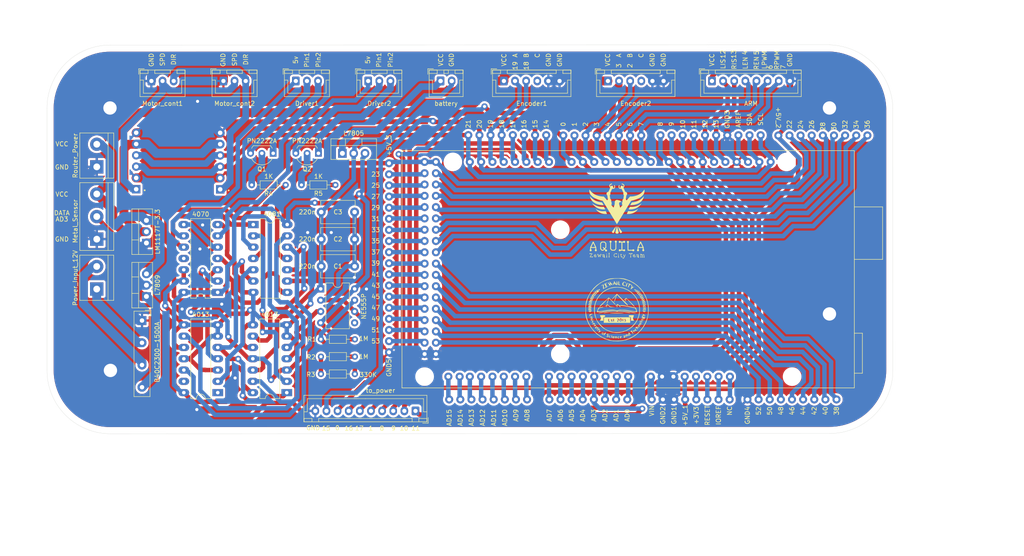
<source format=kicad_pcb>
(kicad_pcb (version 20240108) (generator "pcbnew") (generator_version "8.0")
  (layers (0 "F.Cu" signal) (31 "B.Cu" signal) (34 "B.Paste" user) (35 "F.Paste" user) (36 "B.SilkS" user "B.Silkscreen") (37 "F.SilkS" user "F.Silkscreen") (38 "B.Mask" user) (39 "F.Mask" user) (44 "Edge.Cuts" user))
  (net 0 "")
  (net 1 "Net-(J87-Pin_1)")
  (net 2 "/EN1_Phase_B")
  (net 3 "Net-(J20-Pin_1)")
  (net 4 "GND")
  (net 5 "Net-(J37-Pin_1)")
  (net 6 "Net-(J28-Pin_1)")
  (net 7 "Net-(J40-Pin_1)")
  (net 8 "/SCL")
  (net 9 "Net-(J83-Pin_1)")
  (net 10 "Net-(J91-Pin_1)")
  (net 11 "Net-(J94-Pin_1)")
  (net 12 "Net-(J42-Pin_1)")
  (net 13 "Net-(J85-Pin_1)")
  (net 14 "Net-(J48-Pin_1)")
  (net 15 "Net-(J86-Pin_1)")
  (net 16 "/Metal_Sens_Data")
  (net 17 "/LPWM")
  (net 18 "/arduino_5V_out")
  (net 19 "Net-(J81-Pin_1)")
  (net 20 "Net-(J12-Pin_1)")
  (net 21 "/LEN")
  (net 22 "Net-(J19-Pin_1)")
  (net 23 "Net-(J11-Pin_1)")
  (net 24 "Net-(J82-Pin_1)")
  (net 25 "/REN")
  (net 26 "Net-(J89-Pin_1)")
  (net 27 "Net-(J30-Pin_1)")
  (net 28 "/SDA")
  (net 29 "Net-(J41-Pin_1)")
  (net 30 "/EN2_Phase_A")
  (net 31 "Net-(J88-Pin_1)")
  (net 32 "Net-(J46-Pin_1)")
  (net 33 "Net-(J33-Pin_1)")
  (net 34 "Net-(J80-Pin_1)")
  (net 35 "Net-(J27-Pin_1)")
  (net 36 "Net-(J36-Pin_1)")
  (net 37 "/EN2_Phase_B")
  (net 38 "Net-(J25-Pin_1)")
  (net 39 "Net-(J49-Pin_1)")
  (net 40 "Net-(J93-Pin_1)")
  (net 41 "Net-(J23-Pin_1)")
  (net 42 "Net-(J92-Pin_1)")
  (net 43 "Net-(J84-Pin_1)")
  (net 44 "Net-(J44-Pin_1)")
  (net 45 "Net-(J50-Pin_1)")
  (net 46 "Net-(J26-Pin_1)")
  (net 47 "Net-(J90-Pin_1)")
  (net 48 "/EN1_Phase_A")
  (net 49 "Net-(J43-Pin_1)")
  (net 50 "Net-(J31-Pin_1)")
  (net 51 "Net-(J47-Pin_1)")
  (net 52 "Net-(J18-Pin_1)")
  (net 53 "Net-(J29-Pin_1)")
  (net 54 "Net-(J45-Pin_1)")
  (net 55 "Net-(J32-Pin_1)")
  (net 56 "/RPWM")
  (net 57 "Net-(J38-Pin_1)")
  (net 58 "Net-(J39-Pin_1)")
  (net 59 "Net-(J24-Pin_1)")
  (net 60 "/Rect_Out_12v")
  (net 61 "/Input_Ground")
  (net 62 "+12V")
  (net 63 "/DAC2_Out")
  (net 64 "/DAC1_Out")
  (net 65 "/LIS")
  (net 66 "/RIS")
  (net 67 "/Rect_Out_9v")
  (net 68 "/Rect_Out_3.3v")
  (net 69 "/cap")
  (net 70 "/battery_gnd")
  (net 71 "/reg1_out")
  (net 72 "/battery_vcc_9v")
  (net 73 "/res_m")
  (net 74 "Net-(R2-Pad2)")
  (net 75 "/battery_vcc")
  (net 76 "/arduino_3V3_out")
  (net 77 "/clk")
  (net 78 "/clk_inv")
  (net 80 "/reg1_out_inv")
  (net 81 "Net-(U10B-~{Q})")
  (net 83 "Net-(J10-Pin_1)")
  (net 84 "/driver1_5V_out")
  (net 85 "/driver1_ter_2")
  (net 86 "/driver1_ter_1")
  (net 87 "/driver2_5V_out")
  (net 88 "/driver2_ter_1")
  (net 89 "/driver2_ter_2")
  (net 90 "/con_sig1")
  (net 91 "/con_sig2")
  (net 92 "Net-(U5-Pad10)")
  (net 93 "/reg3_out_inv")
  (net 94 "Net-(U11A-D)")
  (net 95 "/reg3_out")
  (net 97 "Net-(Q1-B)")
  (net 98 "Net-(Q2-B)")
  (net 99 "Net-(U10A-~{Q})")
  (net 100 "Net-(U11B-D)")
  (net 102 "Net-(U5-Pad4)")
  (net 103 "Net-(J35-Pin_1)")
  (net 104 "Net-(J22-Pin_1)")
  (net 105 "Net-(J54-Pin_1)")
  (net 106 "Net-(J79-Pin_1)")
  (net 107 "Net-(J17-Pin_1)")
  (net 108 "/EN2_Phase_Z")
  (net 109 "/EN1_Phase_Z")
  (net 110 "/16")
  (net 111 "/1")
  (net 112 "/11")
  (net 113 "/9")
  (net 114 "/14")
  (net 115 "/0")
  (net 116 "/17")
  (net 117 "/8")
  (net 118 "/15")
  (net 119 "/10")
  (footprint "Capacitor_THT:C_Disc_D7.5mm_W5.0mm_P7.50mm" (layer "F.Cu") (at 110.744 94.488 180)
    (property "Reference" "C1")
    (property "Value" "220n")
  )
  (footprint "MyLibrary:Pin_Hole_0.9" (layer "F.Cu") (at 164.484143 124.424 90)
    (property "Reference" "J21" (hide yes))
    (property "Value" "AD3")
  )
  (footprint "MyLibrary:Pin_Hole_0.9" (layer "F.Cu") (at 211.484143 124.424)
    (property "Reference" "J90" (hide yes))
    (property "Value" "44")
  )
  (footprint "MyLibrary:Pin_Hole_0.9" (layer "F.Cu") (at 205.914 65.078 180)
    (property "Reference" "J78" (hide yes))
    (property "Value" "+5V_2")
  )
  (footprint "MyLibrary:Pin_Hole_0.9" (layer "F.Cu") (at 166.984143 124.424 90)
    (property "Reference" "J20" (hide yes))
    (property "Value" "AD2")
  )
  (footprint "MyLibrary:Pin_Hole_0.9" (layer "F.Cu") (at 136.278 64.998 90)
    (property "Reference" "J70" (hide yes))
    (property "Value" "21")
  )
  (footprint "MyLibrary:Pin_Hole_0.9" (layer "F.Cu") (at 165.114 65.078 90)
    (property "Reference" "J66" (hide yes))
    (property "Value" "3")
  )
  (footprint "MyLibrary:Pin_Hole_0.9" (layer "F.Cu") (at 206.484143 124.424)
    (property "Reference" "J92" (hide yes))
    (property "Value" "48")
  )
  (footprint "MyLibrary:MODULE_ZC576300" (layer "F.Cu") (at 74.199762 70.838 90)
    (property "Reference" "U6" (hide yes))
    (property "Value" "ZC576300")
  )
  (footprint "MyLibrary:Pin_Hole_0.9" (layer "F.Cu") (at 160.114 65.078 90)
    (property "Reference" "J68" (hide yes))
    (property "Value" "1")
  )
  (footprint "MyLibrary:Pin_Hole_0.9" (layer "F.Cu") (at 167.614 65.078 90)
    (property "Reference" "J65" (hide yes))
    (property "Value" "4")
  )
  (footprint "MyLibrary:Pin_Hole_0.9" (layer "F.Cu") (at 118.477365 113.812 90)
    (property "Reference" "J51" (hide yes))
    (property "Value" "GND5")
  )
  (footprint "MyLibrary:Pin_Hole_0.9" (layer "F.Cu") (at 187.484143 124.424 90)
    (property "Reference" "J13" (hide yes))
    (property "Value" "+3V3")
  )
  (footprint "MyLibrary:Pin_Hole_0.9" (layer "F.Cu") (at 225.914 65.078 180)
    (property "Reference" "J86" (hide yes))
    (property "Value" "36")
  )
  (footprint "MyLibrary:Pin_Hole_0.9" (layer "F.Cu") (at 194.984143 124.424 90)
    (property "Reference" "J10" (hide yes))
    (property "Value" "NC")
  )
  (footprint "Package_TO_SOT_THT:TO-220-3_Vertical" (layer "F.Cu") (at 63.984 101.27 90)
    (property "Reference" "U2" (hide yes))
    (property "Value" "L7809")
  )
  (footprint "MyLibrary:Pin_Hole_0.9" (layer "F.Cu") (at 131.984143 124.424 90)
    (property "Reference" "J33" (hide yes))
    (property "Value" "AD15")
  )
  (footprint "MyLibrary:Pin_Hole_0.9" (layer "F.Cu") (at 118.477365 108.812 90)
    (property "Reference" "J49" (hide yes))
    (property "Value" "51")
  )
  (footprint "MyLibrary:Pin_Hole_0.9" (layer "F.Cu") (at 118.477365 91.312 90)
    (property "Reference" "J42" (hide yes))
    (property "Value" "37")
  )
  (footprint "MyLibrary:Pin_Hole_0.9" (layer "F.Cu") (at 196.944 65.024 90)
    (property "Reference" "J54" (hide yes))
    (property "Value" "AREF")
  )
  (footprint "MyLibrary:Pin_Hole_0.9" (layer "F.Cu") (at 162.614 65.078 90)
    (property "Reference" "J67" (hide yes))
    (property "Value" "2")
  )
  (footprint "MyLibrary:Pin_Hole_0.9" (layer "F.Cu") (at 118.477365 98.812 90)
    (property "Reference" "J45" (hide yes))
    (property "Value" "43")
  )
  (footprint "MyLibrary:Pin_Hole_0.9" (layer "F.Cu") (at 213.414 65.078 180)
    (property "Reference" "J81" (hide yes))
    (property "Value" "26")
  )
  (footprint "MyLibrary:Pin_Hole_0.9" (layer "F.Cu") (at 208.984143 124.424)
    (property "Reference" "J91" (hide yes))
    (property "Value" "46")
  )
  (footprint "MyLibrary:Pin_Hole_0.9" (layer "F.Cu") (at 191.944 65.024 90)
    (property "Reference" "J56" (hide yes))
    (property "Value" "13")
  )
  (footprint "MyLibrary:MODULE_ZC576300" (layer "F.Cu") (at 55.334762 70.813 90)
    (property "Reference" "U8" (hide yes))
    (property "Value" "ZC576300")
  )
  (footprint "Package_DIP:DIP-14_W7.62mm_LongPads" (layer "F.Cu") (at 79.983762 100.348 180)
    (property "Reference" "U5" (hide yes))
    (property "Value" "4070")
  )
  (footprint "MyLibrary:Pin_Hole_0.9" (layer "F.Cu") (at 151.278 64.998 90)
    (property "Reference" "J76" (hide yes))
    (property "Value" "15")
  )
  (footprint "Connector_JST:JST_XH_B6B-XH-A_1x06_P2.50mm_Vertical" (layer "F.Cu") (at 144.272 52.832)
    (property "Reference" "J6" (hide yes))
    (property "Value" "Encoder1")
  )
  (footprint "MyLibrary:Pin_Hole_0.9" (layer "F.Cu") (at 144.484143 124.424 90)
    (property "Reference" "J28" (hide yes))
    (property "Value" "AD10")
  )
  (footprint "LOGO" (layer "F.Cu") (at 169.672 104.23)
    (property "Reference" "G***" (hide yes))
    (property "Value" "LOGO" (hide yes))
  )
  (footprint "MyLibrary:Pin_Hole_0.9" (layer "F.Cu") (at 134.484143 124.424 90)
    (property "Reference" "J32" (hide yes))
    (property "Value" "AD14")
  )
  (footprint "MyLibrary:Pin_Hole_0.9" (layer "F.Cu") (at 208.414 65.078 180)
    (property "Reference" "J79" (hide yes))
    (property "Value" "22")
  )
  (footprint "MyLibrary:Pin_Hole_0.9" (layer "F.Cu") (at 118.477365 106.312 90)
    (property "Reference" "J48" (hide yes))
    (property "Value" "49")
  )
  (footprint "MyLibrary:Pin_Hole_0.9" (layer "F.Cu") (at 118.477365 78.812 90)
    (property "Reference" "J37" (hide yes))
    (property "Value" "27")
  )
  (footprint "MyLibrary:Pin_Hole_0.9" (layer "F.Cu") (at 179.984143 124.424 90)
    (property "Reference" "J16" (hide yes))
    (property "Value" "GND2")
  )
  (footprint "MyLibrary:Pin_Hole_0.9" (layer "F.Cu") (at 218.414 65.078 180)
    (property "Reference" "J83" (hide yes))
    (property "Value" "30")
  )
  (footprint "MyLibrary:Pin_Hole_0.9" (layer "F.Cu") (at 141.984143 124.424 90)
    (property "Reference" "J29" (hide yes))
    (property "Value" "AD11")
  )
  (footprint "MyLibrary:Pin_Hole_0.9" (layer "F.Cu") (at 143.778 64.998 90)
    (property "Reference" "J73" (hide yes))
    (property "Value" "18")
  )
  (footprint "MyLibrary:Pin_Hole_0.9" (layer "F.Cu") (at 181.944 65.024 90)
    (property "Reference" "J60" (hide yes))
    (property "Value" "9")
  )
  (footprint "MyLibrary:Pin_Hole_0.9" (layer "F.Cu") (at 215.914 65.078 180)
    (property "Reference" "J82" (hide yes))
    (property "Value" "28")
  )
  (footprint "MyLibrary:Pin_Hole_0.9" (layer "F.Cu") (at 118.477365 86.312 90)
    (property "Reference" "J40" (hide yes))
    (property "Value" "33")
  )
  (footprint "MyLibrary:Pin_Hole_0.9" (layer "F.Cu") (at 146.984143 124.424 90)
    (property "Reference" "J27" (hide yes))
    (property "Value" "AD9")
  )
  (footprint "Connector_JST:JST_XH_B3B-XH-A_1x03_P2.50mm_Vertical" (layer "F.Cu") (at 97.536 52.832)
    (property "Reference" "J3" (hide yes))
    (property "Value" "Driver1")
  )
  (footprint "Resistor_THT:R_Axial_DIN0204_L3.6mm_D1.6mm_P7.62mm_Horizontal" (layer "F.Cu") (at 103.18 118.7)
    (property "Reference" "R3")
    (property "Value" "330K" (hide yes))
  )
  (footprint "MyLibrary:Pin_Hole_0.9" (layer "F.Cu") (at 139.484143 124.424 90)
    (property "Reference" "J30" (hide yes))
    (property "Value" "AD12")
  )
  (footprint "MyLibrary:Pin_Hole_0.9" (layer "F.Cu") (at 118.477365 76.312 90)
    (property "Reference" "J36" (hide yes))
    (property "Value" "25")
  )
  (footprint "MyLibrary:Pin_Hole_0.9" (layer "F.Cu") (at 223.414 65.078 180)
    (property "Reference" "J85" (hide yes))
    (property "Value" "34")
  )
  (footprint "MyLibrary:Pin_Hole_0.9" (layer "F.Cu") (at 210.914 65.078 180)
    (property "Reference" "J80" (hide yes))
    (property "Value" "24")
  )
  (footprint "MyLibrary:Pin_Hole_0.9" (layer "F.Cu") (at 169.484143 124.424 90)
    (property "Reference" "J19" (hide yes))
    (property "Value" "AD1")
  )
  (footprint "MyLibrary:Pin_Hole_0.9" (layer "F.Cu") (at 170.114 65.078 90)
    (property "Reference" "J64" (hide yes))
    (property "Value" "5")
  )
  (footprint "MyLibrary:Pin_Hole_0.9" (layer "F.Cu") (at 189.444 65.024 90)
    (property "Reference" "J57" (hide yes))
    (property "Value" "12")
  )
  (footprint "MyLibrary:Pin_Hole_0.9" (layer "F.Cu") (at 175.114 65.078 90)
    (property "Reference" "J62" (hide yes))
    (property "Value" "7")
  )
  (footprint "MyLibrary:Pin_Hole_0.9" (layer "F.Cu") (at 201.484143 124.424)
    (property "Reference" "J94" (hide yes))
    (property "Value" "52")
  )
  (footprint "MyLibrary:Pin_Hole_0.9" (layer "F.Cu") (at 118.477365 88.812 90)
    (property "Reference" "J41" (hide yes))
    (property "Value" "35")
  )
  (footprint "MyLibrary:Pin_Hole_0.9" (layer "F.Cu") (at 118.477365 71.312 90)
    (property "Reference" "J34" (hide yes))
    (property "Value" "+5V_3")
  )
  (footprint "MyLibrary:Pin_Hole_0.9" (layer "F.Cu") (at 203.984143 124.424)
    (property "Reference" "J93" (hide yes))
    (property "Value" "50")
  )
  (footprint "Resistor_THT:R_Axial_DIN0204_L3.6mm_D1.6mm_P7.62mm_Horizontal" (layer "F.Cu") (at 95.25 76.2 180)
    (property "Reference" "R4")
    (property "Value" "1K")
  )
  (footprint "MyLibrary:TerminalBlock_bornier-3_P5.08mm" (layer "F.Cu") (at 52.832 88.392 90)
    (property "Reference" "J8" (hide yes))
    (property "Value" "Metal_Sensor")
  )
  (footprint "Connector_JST:JST_XH_B2B-XH-A_1x02_P2.50mm_Vertical" (layer "F.Cu") (at 130.048 52.832)
    (property "Reference" "J96" (hide yes))
    (property "Value" "battery")
  )
  (footprint "MyLibrary:Pin_Hole_0.9" (layer "F.Cu") (at 136.984143 124.424 90)
    (property "Reference" "J31" (hide yes))
    (property "Value" "AD13")
  )
  (footprint "Connector_JST:JST_XH_B10B-XH-A_1x10_P2.50mm_Vertical" (layer "F.Cu") (at 124.42 127 180)
    (property "Reference" "J98" (hide yes))
    (property "Value" "to_power")
  )
  (footprint "MyLibrary:TerminalBlock_bornier-2_P5.08mm" (layer "F.Cu") (at 52.82 99.61 90)
    (property "Reference" "J9" (hide yes))
    (property "Value" "Power_Input_12V")
  )
  (footprint "Package_DIP:DIP-14_W7.62mm_LongPads" (layer "F.Cu") (at 95.504 122.893 180)
    (property "Reference" "U11" (hide yes))
    (property "Value" "4013")
  )
  (footprint "MyLibrary:Pin_Hole_0.9" (layer "F.Cu") (at 118.477365 96.312 90)
    (property "Reference" "J44" (hide yes))
    (property "Value" "41")
  )
  (footprint "MyLibrary:Pin_Hole_0.9" (layer "F.Cu") (at 146.278 64.998 90)
    (property "Reference" "J74" (hide yes))
    (property "Value" "17")
  )
  (footprint "Connector_JST:JST_XH_B8B-XH-A_1x08_P2.50mm_Vertical" (layer "F.Cu") (at 191.008 52.832)
    (property "Reference" "J4" (hide yes))
    (property "Value" "ARM")
  )
  (footprint "MyLibrary:Pin_Hole_0.9" (layer "F.Cu") (at 118.477365 83.812 90)
    (property "Reference" "J39" (hide yes))
    (property "Value" "31")
  )
  (footprint "MyLibrary:Pin_Hole_0.9" (layer "F.Cu") (at 118.477365 101.312 90)
    (property "Reference" "J46" (hide yes))
    (property "Value" "45")
  )
  (footprint "MyLibrary:Pin_Hole_0.9" (layer "F.Cu") (at 141.278 64.998 90)
    (property "Reference" "J72" (hide yes))
    (property "Value" "19")
  )
  (footprint "MyLibrary:Pin_Hole_0.9" (layer "F.Cu") (at 118.477365 93.812 90)
    (property "Reference" "J43" (hide yes))
    (property "Value" "39")
  )
  (footprint "MyLibrary:Pin_Hole_0.9" (layer "F.Cu") (at 138.778 64.998 90)
    (property "Reference" "J71" (hide yes))
    (property "Value" "20")
  )
  (footprint "Package_TO_SOT_THT:TO-92L_Inline_Wide" (layer "F.Cu") (at 92.456 69.088 180)
    (property "Reference" "Q1")
    (property "Value" "PN2222A")
  )
  (footprint "MyLibrary:Pin_Hole_0.9" (layer "F.Cu") (at 157.614 65.078 90)
    (property "Reference" "J69" (hide yes))
    (property "Value" "0")
  )
  (footprint "Package_DIP:DIP-8_W7.62mm" (layer "F.Cu") (at 103.124 99.568)
    (property "Reference" "U9" (hide yes))
    (property "Value" "NE555P")
  )
  (footprint "MyLibrary:Pin_Hole_0.9" (layer "F.Cu") (at 216.484143 124.424)
    (property "Reference" "J88" (hide yes))
    (property "Value" "40")
  )
  (footprint "MyLibrary:Pin_Hole_0.9" (layer "F.Cu") (at 172.614 65.078 90)
    (property "Reference" "J63" (hide yes))
    (property "Value" "6")
  )
  (footprint "MyLibrary:TerminalBlock_bornier-2_P5.08mm" (layer "F.Cu") (at 52.832 72.136 90)
    (property "Reference" "J7" (hide yes))
    (property "Value" "Router_Power")
  )
  (footprint "Connector_JST:JST_XH_B3B-XH-A_1x03_P2.50mm_Vertical" (layer "F.Cu") (at 81.28 52.832)
    (property "Reference" "J1" (hide yes))
    (property "Value" "Motor_cont2")
  )
  (footprint "MyLibrary:Pin_Hole_0.9" (layer "F.Cu") (at 159.484143 124.424 90)
    (property "Reference" "J23" (hide yes))
    (property "Value" "AD5")
  )
  (footprint "LOGO" (layer "F.Cu") (at 169.672 84.32)
    (property "Reference" "G***" (hide yes))
    (property "Value" "LOGO" (hide yes))
  )
  (footprint "MyLibrary:Pin_Hole_0.9" (layer "F.Cu") (at 156.984143 124.424 90)
    (property "Reference" "J24" (hide yes))
    (property "Value" "AD6")
  )
  (footprint "MyLibrary:Pin_Hole_0.9" (layer "F.Cu") (at 161.984143 124.424 90)
    (property "Reference" "J22" (hide yes))
    (property "Value" "AD4")
  )
  (footprint "Connector_JST:JST_XH_B3B-XH-A_1x03_P2.50mm_Vertical" (layer "F.Cu") (at 65.104 52.832)
    (property "Reference" "J2" (hide yes))
    (property "Value" "Motor_cont1")
  )
  (footprint "MyLibrary:Pin_Hole_0.9" (layer "F.Cu") (at 201.944 65.024 90)
    (property "Reference" "J52" (hide yes))
    (property "Value" "SCL")
  )
  (footprint "MyLibrary:Pin_Hole_0.9" (layer "F.Cu") (at 149.484143 124.424 90)
    (property "Reference" "J26" (hide yes))
    (property "Value" "AD8")
  )
  (footprint "MyLibrary:Pin_Hole_0.9" (layer "F.Cu") (at 199.444 65.024 90)
    (property "Reference" "J53" (hide yes))
    (property "Value" "SDA")
  )
  (footprint "Resistor_THT:R_Axial_DIN0204_L3.6mm_D1.6mm_P7.62mm_Horizontal" (layer "F.Cu") (at 110.8 110.9 180)
    (property "Reference" "R1")
    (property "Value" "1M")
  )
  (footprint "MyLibrary:Pin_Hole_0.9" (layer "F.Cu") (at 189.984143 124.424 90)
    (property "Reference" "J12" (hide yes))
    (property "Value" "RESET")
  )
  (footprint "Package_TO_SOT_THT:TO-220-3_Vertical" (layer "F.Cu") (at 108 69.1)
    (property "Reference" "U1" (hide yes))
    (property "Value" "L7805")
  )
  (footprint "MyLibrary:Pin_Hole_0.9" (layer "F.Cu") (at 118.477365 73.812 90)
    (property "Reference" "J35" (hide yes))
    (property "Value" "23")
  )
  (footprint "MyLibrary:Arduino_Mega" (layer "F.Cu") (at 175.984143 92.812 90)
    (property "Reference" "A1" (hide yes))
    (property "Value" "A000067" (hide yes))
  )
  (footprint "MyLibrary:Pin_Hole_0.9" (layer "F.Cu") (at 171.984143 124.424 90)
    (property "Reference" "J18" (hide yes))
    (property "Value" "AD0")
  )
  (footprint "MyLibrary:Pin_Hole_0.9" (layer "F.Cu") (at 220.914 65.078 180)
    (property "Reference" "J84" (hide yes))
    (property "Value" "32")
  )
  (footprint "MyLibrary:Pin_Hole_0.9" (layer "F.Cu") (at 218.984143 124.424)
    (property "Reference" "J87" (hide yes))
    (property "Value" "38")
  )
  (footprint "MyLibrary:Pin_Hole_0.9" (layer "F.Cu") (at 177.484143 124.424 90)
    (property "Reference" "J17" (hide yes))
    (property "Value" "VIN")
  )
  (footprint "MyLibrary:Pin_Hole_0.9" (layer "F.Cu") (at 118.477365 103.812 90)
    (property "Reference" "J47" (hide yes))
    (property "Value" "47")
  )
  (footprint "MyLibrary:Pin_Hole_0.9" (layer "F.Cu") (at 154.484143 124.424 90)
    (property "Reference" "J25" (hide yes))
    (property "Value" "AD7")
  )
  (footprint "Package_TO_SOT_THT:TO-220-3_Vertical" (layer "F.Cu") (at 63.984 89.25 90)
    (property "Reference" "U4" (hide yes))
    (property "Value" "LM1117T-3.3")
  )
  (footprint "MyLibrary:Pin_Hole_0.9" (layer "F.Cu") (at 213.984143 124.424)
    (property "Reference" "J89" (hide yes))
    (property "Value" "42")
  )
  (footprint "Package_DIP:DIP-14_W7.62mm_LongPads" (layer "F.Cu") (at 80.004 122.893 180)
    (property "Reference" "U10" (hide yes))
    (property "Value" "4013")
  )
  (footprint "MyLibrary:Pin_Hole_0.9" (layer "F.Cu") (at 179.444 65.024 90)
    (property "Reference" "J61" (hide yes))
    (property "Value" "8")
  )
  (footprint "Package_TO_SOT_THT:TO-92L_Inline_Wide" (layer "F.Cu") (at 102.616 69.088 180)
    (property "Reference" "Q2")
    (property "Value" "PN2222A")
  )
  (footprint "MyLibrary:Pin_Hole_0.9" (layer "F.Cu") (at 153.778 64.998 90)
    (property "Reference" "J77" (hide yes))
    (property "Value" "14")
  )
  (footprint "Resistor_THT:R_Axial_DIN0204_L3.6mm_D1.6mm_P7.62mm_Horizontal" (layer "F.Cu") (at 106.426 76.2 180)
    (property "Reference" "R5")
    (property "Value" "1K")
  )
  (footprint "Capacitor_THT:C_Disc_D7.5mm_W5.0mm_P7.50mm" (layer "F.Cu") (at 110.744 88.392 180)
    (property "Reference" "C2")
    (property "Value" "220n")
  )
  (footprint "MyLibrary:Pin_Hole_0.9" (layer "F.Cu") (at 118.477365 111.312 90)
    (property "Reference" "J50" (hide yes))
    (property "Value" "53")
  )
  (footprint "MyLibrary:Pin_Hole_0.9" (layer "F.Cu") (at 186.944 65.024 90)
    (property "Reference" "J58" (hide yes))
    (property "Value" "11")
  )
  (footprint "MyLibrary:Pin_Hole_0.9" (layer "F.Cu") (at 184.984143 124.424 90)
    (property "Reference" "J14" (hide yes))
    (property "Value" "+5V_1")
  )
  (footprint "Connector_JST:JST_XH_B6B-XH-A_1x06_P2.50mm_Vertical" (layer "F.Cu") (at 167.64 52.832)
    (property "Reference" "J5" (hide yes))
    (property "Value" "Encoder2")
  )
  (footprint "Resistor_THT:R_Axial_DIN0204_L3.6mm_D1.6mm_P7.62mm_Horizontal" (layer "F.Cu") (at 110.8 114.8 180)
    (property "Reference" "R2")
    (property "Value" "1M" (hide yes))
  )
  (footprint "MyLibrary:Pin_Hole_0.9" (layer "F.Cu") (at 192.484143 124.424 90)
    (property "Reference" "J11" (hide yes))
    (property "Value" "IOREF")
  )
  (footprint "MyLibrary:Pin_Hole_0.9" (layer "F.Cu") (at 148.778 64.998 90)
    (property "Reference" "J75" (hide yes))
    (property "Value" "16")
  )
  (footprint "MyLibrary:Pin_Hole_0.9" (layer "F.Cu") (at 182.484143 124.424 90)
    (property "Reference" "J15" (hide yes))
    (property "Value" "GND1")
  )
  (footprint "MyLibrary:Pin_Hole_0.9" (layer "F.Cu") (at 184.444 65.024 90)
    (property "Reference" "J59" (hide yes))
    (property "Value" "10")
  )
  (footprint "Package_DIP:DIP-14_W7.62mm_LongPads" (layer "F.Cu") (at 87.983762 85.108)
    (property "Reference" "U7" (hide yes))
    (property "Value" "4081")
  )
  (footprint "MyLibrary:Pin_Hole_0.9" (layer "F.Cu") (at 118.477365 81.312 90)
    (property "Reference" "J38" (hide yes))
    (property "Value" "29")
  )
  (footprint "MyLibrary:Pin_Hole_0.9" (layer "F.Cu") (at 198.984143 124.424)
    (property "Reference" "J95" (hide yes))
    (property "Value" "GND4")
  )
  (footprint "Connector_JST:JST_XH_B3B-XH-A_1x03_P2.50mm_Vertical" (layer "F.Cu") (at 113.792 52.832)
    (property "Reference" "J97" (hide yes))
    (property "Value" "Driver2")
  )
  (footprint "Diode_THT:Diode_Bridge_19.0x3.5x10.0mm_P5.0mm" (layer "F.Cu") (at 62.992 106.68 -90)
    (property "Reference" "D1" (hide yes))
    (property "Value" "B40C2300-1500A")
  )
  (footprint "Capacitor_THT:C_Disc_D7.5mm_W5.0mm_P7.50mm" (layer "F.Cu") (at 110.744 82.296 180)
    (property "Reference" "C3")
    (property "Value" "220n")
  )
  (footprint "MyLibrary:Pin_Hole_0.9" (layer "F.Cu") (at 194.444 65.024 90)
    (property "Reference" "J55" (hide yes))
    (property "Value" "GND3")
  )
  (gr_arc (start 231.648 117.856) (mid 227.481887 127.913887) (end 217.424 132.08) (stroke (width 0.05)) (layer "Edge.Cuts"))
  (gr_arc (start 41.656 58.928) (mid 45.824982 48.887155) (end 55.879838 44.752081) (stroke (width 0.05)) (layer "Edge.Cuts"))
  (gr_line (start 41.656001 117.856) (end 41.656 58.928) (stroke (width 0.05)) (layer "Edge.Cuts"))
  (gr_line (start 55.879838 44.752081) (end 217.424 44.70776) (stroke (width 0.05)) (layer "Edge.Cuts"))
  (gr_arc (start 217.424 44.70776) (mid 227.353269 48.998812) (end 231.644244 58.928114) (stroke (width 0.05)) (layer "Edge.Cuts"))
  (gr_arc (start 55.88 132.12808) (mid 45.8051 127.944959) (end 41.656001 117.856) (stroke (width 0.05)) (layer "Edge.Cuts"))
  (gr_line (start 231.644244 58.928114) (end 231.648 117.856) (stroke (width 0.05)) (layer "Edge.Cuts"))
  (gr_line (start 217.424 132.08) (end 55.88 132.12808) (stroke (width 0.05)) (layer "Edge.Cuts"))
  (gr_text "GND" (at 65.1 48.1 90) (layer "F.SilkS") (effects (font (size 1 1))))
  (gr_text "C" (at 175.1 47.1 90) (layer "F.SilkS") (effects (font (size 1 1))))
  (gr_text "16" (at 108.4 131.5 0) (layer "F.SilkS") (effects (font (size 1 1)) (justify left bottom)))
  (gr_text "GND" (at 45 88.4 0) (layer "F.SilkS") (effects (font (size 1 1))))
  (gr_text "6" (at 204.1 49.7 90) (layer "F.SilkS") (effects (font (size 1 1))))
  (gr_text "5" (at 201 46.5 90) (layer "F.SilkS") (effects (font (size 1 1))))
  (gr_text "1M" (at 112.776 114.808 0) (layer "F.SilkS") (effects (font (size 1 1))))
  (gr_text "15" (at 103.3 131.5 0) (layer "F.SilkS") (effects (font (size 1 1)) (justify left bottom)))
  (gr_text "9" (at 118.9 131.5 0) (layer "F.SilkS") (effects (font (size 1 1)) (justify left bottom)))
  (gr_text "7" (at 207 49.7 90) (layer "F.SilkS") (effects (font (size 1 1))))
  (gr_text "Pin2" (at 102.6 48.1 90) (layer "F.SilkS") (effects (font (size 1 1))))
  (gr_text "3" (at 170.1 49.4 90) (layer "F.SilkS") (effects (font (size 1 1))))
  (gr_text "4" (at 198.4 46.5 90) (layer "F.SilkS") (effects (font (size 1 1))))
  (gr_text "DIR" (at 70.1 48 90) (layer "F.SilkS") (effects (font (size 1 1))))
  (gr_text "C" (at 151.8 47.1 90) (layer "F.SilkS") (effects (font (size 1 1))))
  (gr_text "VCC" (at 144.3 48.1 90) (layer "F.SilkS") (effects (font (size 1 1))))
  (gr_text "LIS" (at 193.5 49 90) (layer "F.SilkS") (effects (font (size 1 1))))
  (gr_text "GND" (at 45 72.2 0) (layer "F.SilkS") (effects (font (size 1 1))))
  (gr_text "8" (at 116.3 131.5 0) (layer "F.SilkS") (effects (font (size 1 1)) (justify left bottom)))
  (gr_text "REN" (at 201 48.8 90) (layer "F.SilkS") (effects (font (size 1 1))))
  (gr_text "1" (at 113.8 131.5 0) (layer "F.SilkS") (effects (font (size 1 1)) (justify left bottom)))
  (gr_text "2" (at 172.6 49.4 90) (layer "F.SilkS") (effects (font (size 1 1))))
  (gr_text "GND" (at 180.1 48.1 90) (layer "F.SilkS") (effects (font (size 1 1))))
  (gr_text "17" (at 110.744 131.5 0) (layer "F.SilkS") (effects (font (size 1 1)) (justify left bottom)))
  (gr_text "VCC" (at 167.6 48.1 90) (layer "F.SilkS") (effects (font (size 1 1))))
  (gr_text "RIS" (at 196 49 90) (layer "F.SilkS") (effects (font (size 1 1))))
  (gr_text "LEN" (at 198.5 48.8 90) (layer "F.SilkS") (effects (font (size 1 1))))
  (gr_text "GND" (at 81.2 48.1 90) (layer "F.SilkS") (effects (font (size 1 1))))
  (gr_text "Pin2" (at 118.8 48.1 90) (layer "F.SilkS") (effects (font (size 1 1))))
  (gr_text "0" (at 106.3 131.4 0) (layer "F.SilkS") (effects (font (size 1 1)) (justify left bottom)))
  (gr_text "13" (at 195.9 46.8 90) (layer "F.SilkS") (effects (font (size 1 1))))
  (gr_text "11" (at 123.4 131.5 0) (layer "F.SilkS") (effects (font (size 1 1)) (justify left bottom)))
  (gr_text "GND" (at 154.3 48.1 90) (layer "F.SilkS") (effects (font (size 1 1))))
  (gr_text "Pin1\n" (at 116.2 48.1 90) (layer "F.SilkS") (effects (font (size 1 1))))
  (gr_text "RPWM" (at 205.6 48.1 90) (layer "F.SilkS") (effects (font (size 1 1))))
  (gr_text "GND" (at 177.6 48.1 90) (layer "F.SilkS") (effects (font (size 1 1))))
  (gr_text "VCC" (at 191 48.1 90) (layer "F.SilkS") (effects (font (size 1 1))))
  (gr_text "10" (at 120.8 131.5 0) (layer "F.SilkS") (effects (font (size 1 1)) (justify left bottom)))
  (gr_text "VCC" (at 45 78.3 0) (layer "F.SilkS") (effects (font (size 1 1))))
  (gr_text "SPD" (at 67.6 48 90) (layer "F.SilkS") (effects (font (size 1 1))))
  (gr_text "12" (at 193.5 46.8 90) (layer "F.SilkS") (effects (font (size 1 1))))
  (gr_text "DATA" (at 45 82.5 0) (layer "F.SilkS") (effects (font (size 1 1))))
  (gr_text "GND" (at 156.8 48.1 90) (layer "F.SilkS") (effects (font (size 1 1))))
  (gr_text "5v\n" (at 97.5 48.1 90) (layer "F.SilkS") (effects (font (size 1 1))))
  (gr_text "SPD" (at 83.8 48 90) (layer "F.SilkS") (effects (font (size 1 1))))
  (gr_text "VCC" (at 45 67 0) (layer "F.SilkS") (effects (font (size 1 1))))
  (gr_text "GND" (at 208.5 48.1 90) (layer "F.SilkS") (effects (font (size 1 1))))
  (gr_text "LPWM" (at 202.8 48.1 90) (layer "F.SilkS") (effects (font (size 1 1))))
  (gr_text "VCC" (at 130.1 48.1 90) (layer "F.SilkS") (effects (font (size 1 1))))
  (gr_text "DIR" (at 86.3 48 90) (layer "F.SilkS") (effects (font (size 1 1))))
  (gr_text "B" (at 149.3 47.1 90) (layer "F.SilkS") (effects (font (size 1 1))))
  (gr_text "A" (at 146.8 47.1 90) (layer "F.SilkS") (effects (font (size 1 1))))
  (gr_text "B" (at 172.6 47.1 90) (layer "F.SilkS") (effects (font (size 1 1))))
  (gr_text "AD3" (at 45 83.9 0) (layer "F.SilkS") (effects (font (size 1 1))))
  (gr_text "19" (at 146.8 49.4 90) (layer "F.SilkS") (effects (font (size 1 1))))
  (gr_text "GND" (at 99.8 131.4 0) (layer "F.SilkS") (effects (font (size 1 1)) (justify left bottom)))
  (gr_text "GND" (at 132.5 48.1 90) (layer "F.SilkS") (effects (font (size 1 1))))
  (gr_text "A" (at 170.1 47.1 90) (layer "F.SilkS") (effects (font (size 1 1))))
  (gr_text "Pin1\n" (at 100 48.1 90) (layer "F.SilkS") (effects (font (size 1 1))))
  (gr_text "18" (at 149.3 49.4 90) (layer "F.SilkS") (effects (font (size 1 1))))
  (gr_text "330K" (at 113.792 118.872 0) (layer "F.SilkS") (effects (font (size 1 1))))
  (gr_text "5v\n" (at 113.7 48.1 90) (layer "F.SilkS") (effects (font (size 1 1))))
  (segment (start 217.754143 123.035278) (end 218.984143 124.265278) (width 1) (layer "B.Cu") (net 1))
  (segment (start 197.742207 101.247) (end 207.262207 110.767) (width 1) (layer "B.Cu") (net 1))
  (segment (start 207.262207 110.767) (end 212.543242 110.767) (width 1) (layer "B.Cu") (net 1))
  (segment (start 136.494365 101.247) (end 197.742207 101.247) (width 1) (layer "B.Cu") (net 1))
  (segment (start 217.754143 115.977901) (end 217.754143 123.035278) (width 1) (layer "B.Cu") (net 1))
  (segment (start 218.984143 124.265278) (end 218.984143 124.424) (width 1) (layer "B.Cu") (net 1))
  (segment (start 212.543242 110.767) (end 217.754143 115.977901) (width 1) (layer "B.Cu") (net 1))
  (segment (start 129.004143 93.887) (end 129.134365 93.887) (width 1) (layer "B.Cu") (net 1))
  (segment (start 129.134365 93.887) (end 136.494365 101.247) (width 1) (layer "B.Cu") (net 1))
  (segment (start 149.272 52.832) (end 149.272 57.992) (width 1) (layer "B.Cu") (net 2))
  (segment (start 143.778 70.560857) (end 144.244143 71.027) (width 1) (layer "B.Cu") (net 2))
  (segment (start 144.244143 70.908278) (end 144.244143 71.027) (width 1) (layer "B.Cu") (net 2))
  (segment (start 143.778 63.486) (end 143.778 64.998) (width 1) (layer "B.Cu") (net 2))
  (segment (start 143.778 64.998) (end 143.778 70.560857) (width 1) (layer "B.Cu") (net 2))
  (segment (start 149.272 57.992) (end 143.778 63.486) (width 1) (layer "B.Cu") (net 2))
  (segment (start 167.104143 124.304) (end 166.984143 124.424) (width 1) (layer "B.Cu") (net 3))
  (segment (start 167.104143 119.287) (end 167.104143 124.304) (width 1) (layer "B.Cu") (net 3))
  (segment (start 79.220685 64.488) (end 78.129962 65.578723) (width 2) (layer "F.Cu") (net 4))
  (segment (start 66.87 72.388) (end 76.87 72.388) (width 2) (layer "F.Cu") (net 4))
  (segment (start 75.3 126.7) (end 83.2 126.7) (width 1) (layer "F.Cu") (net 4))
  (segment (start 63.195 64.463) (end 67.12 68.388) (width 2) (layer "F.Cu") (net 4))
  (segment (start 67.12 68.388) (end 75.37 68.388) (width 2) (layer "F.Cu") (net 4))
  (segment (start 113.4 99.6) (end 113.3 99.6) (width 1) (layer "F.Cu") (net 4))
  (segment (start 81.28 52.832) (end 80.048 52.832) (width 2) (layer "F.Cu") (net 4))
  (segment (start 203.256 62.644) (end 195.551208 62.644) (width 1.5) (layer "F.Cu") (net 4))
  (segment (start 83.9 126) (end 83.9 119.6) (width 1) (layer "F.Cu") (net 4))
  (segment (start 63.984362 74.623) (end 61.684762 74.623) (width 2) (layer "F.Cu") (net 4))
  (segment (start 79.841 50.377) (end 66.638882 50.377) (width 2) (layer "F.Cu") (net 4))
  (segment (start 79.13 74.648) (end 80.549762 74.648) (width 2) (layer "F.Cu") (net 4))
  (segment (start 104.412 86.412) (end 100.688 86.412) (width 1) (layer "F.Cu") (net 4))
  (segment (start 61.684762 64.463) (end 63.195 64.463) (width 2) (layer "F.Cu") (net 4))
  (segment (start 76.87 72.388) (end 79.13 74.648) (width 2) (layer "F.Cu") (net 4))
  (segment (start 75.37 68.388) (end 79.1698 64.5882) (width 2) (layer "F.Cu") (net 4))
  (segment (start 113.3 99.6) (end 110.7 97) (width 1) (layer "F.Cu") (net 4))
  (segment (start 63.984 89.25) (end 65.182 89.25) (width 2) (layer "F.Cu") (net 4))
  (segment (start 65.024 79.248) (end 65.024 75.662638) (width 2) (layer "F.Cu") (net 4))
  (segment (start 79.1698 64.5882) (end 80.549762 64.5882) (width 2) (layer "F.Cu") (net 4))
  (segment (start 208.508 57.392) (end 203.256 62.644) (width 1.5) (layer "F.Cu") (net 4))
  (segment (start 66.638882 50.377) (end 65.104 51.911882) (width 2) (layer "F.Cu") (net 4))
  (segment (start 110.7 97) (end 110.3 97) (width 1) (layer "F.Cu") (net 4))
  (segment (start 80.549762 64.488) (end 79.220685 64.488) (width 2) (layer "F.Cu") (net 4))
  (segment (start 65.104 51.911882) (end 65.104 52.832) (width 2) (layer "F.Cu") (net 4))
  (segment (start 66.47 80.694) (end 65.024 79.248) (width 2) (layer "F.Cu") (net 4))
  (segment (start 195.551208 62.644) (end 194.444 63.751208) (width 1.5) (layer "F.Cu") (net 4))
  (segment (start 105.5 92.2) (end 105.5 86.9) (width 1) (layer "F.Cu") (net 4))
  (segment (start 104.9 86.9) (end 104.412 86.412) (width 1) (layer "F.Cu") (net 4))
  (segment (start 81.28 51.816) (end 79.841 50.377) (width 2) (layer "F.Cu") (net 4))
  (segment (start 61.684762 74.623) (end 64.635 74.623) (width 2) (layer "F.Cu") (net 4))
  (segment (start 208.508 52.832) (end 208.508 57.392) (width 1.5) (layer "F.Cu") (net 4))
  (segment (start 76.6 90) (end 76 90.6) (width 1) (layer "F.Cu") (net 4))
  (segment (start 105.5 86.9) (end 104.9 86.9) (width 1) (layer "F.Cu") (net 4))
  (segment (start 61.684762 64.463) (end 63.013839 64.463) (width 2) (layer "F.Cu") (net 4))
  (segment (start 81.28 52.832) (end 81.28 51.816) (width 2) (layer "F.Cu") (net 4))
  (segment (start 110.3 97) (end 105.5 92.2) (width 1) (layer "F.Cu") (net 4))
  (segment (start 78.129962 73.647962) (end 79.13 74.648) (width 2) (layer "F.Cu") (net 4))
  (segment (start 80.048 52.832) (end 75.47 57.41) (width 2) (layer "F.Cu") (net 4))
  (segment (start 100.688 86.412) (end 100.2 86.9) (width 1) (layer "F.Cu") (net 4))
  (segment (start 78.129962 65.578723) (end 78.129962 73.647962) (width 2) (layer "F.Cu") (net 4))
  (segment (start 76.6 85.2) (end 76.6 90) (width 1) (layer "F.Cu") (net 4))
  (segment (start 194.444 63.751208) (end 194.444 65.024) (width 1.5) (layer "F.Cu") (net 4))
  (segment (start 66.47 87.962) (end 66.47 80.694) (width 2) (layer "F.Cu") (net 4))
  (segment (start 63.013839 64.463) (end 64.164762 65.613923) (width 2) (layer "F.Cu") (net 4))
  (segment (start 64.164762 73.038238) (end 62.58 74.623) (width 2) (layer "F.Cu") (net 4))
  (segment (start 64.635 74.623) (end 66.87 72.388) (width 2) (layer "F.Cu") (net 4))
  (segment (start 65.182 89.25) (end 66.47 87.962) (width 2) (layer "F.Cu") (net 4))
  (segment (start 83.2 126.7) (end 83.9 126) (width 1) (layer "F.Cu") (net 4))
  (segment (start 62.58 74.623) (end 61.684762 74.623) (width 2) (layer "F.Cu") (net 4))
  (segment (start 65.024 75.662638) (end 63.984362 74.623) (width 2) (layer "F.Cu") (net 4))
  (segment (start 64.164762 65.613923) (end 64.164762 73.038238) (width 2) (layer "F.Cu") (net 4))
  (via (at 113.4 99.6) (size 1.4) (drill 0.7) (layers "F.Cu" "B.Cu") (net 4))
  (via (at 76 90.6) (size 1.4) (drill 0.7) (layers "F.Cu" "B.Cu") (net 4))
  (via (at 100.2 86.9) (size 1.4) (drill 0.7) (layers "F.Cu" "B.Cu") (net 4))
  (via (at 72 104.1) (size 1.4) (drill 0.7) (layers "F.Cu" "B.Cu") (net 4))
  (via (at 217.4 105.2) (size 5) (drill 3) (layers "F.Cu" "B.Cu") (net 4))
  (via (at 105.5 86.9) (size 1.4) (drill 0.7) (layers "F.Cu" "B.Cu") (net 4))
  (via (at 75.3 126.7) (size 1.4) (drill 0.7) (layers "F.Cu" "B.Cu") (net 4))
  (via (at 55.9 117.9) (size 5) (drill 3) (layers "F.Cu" "B.Cu") (net 4))
  (via (at 55.8 58.9) (size 5) (drill 3) (layers "F.Cu" "B.Cu") (net 4))
  (via (at 83.9 119.6) (size 1.4) (drill 0.7) (layers "F.Cu" "B.Cu") (net 4))
  (via (at 75.47 57.41) (size 1.4) (drill 0.7) (layers "F.Cu" "B.Cu") (net 4))
  (via (at 110.7 97) (size 1.4) (drill 0.7) (layers "F.Cu" "B.Cu") (net 4))
  (via (at 80.9 103) (size 1.4) (drill 0.7) (layers "F.Cu" "B.Cu") (net 4))
  (via (at 76.6 85.2) (size 1.4) (drill 0.7) (layers "F.Cu" "B.Cu") (net 4))
  (via (at 217.4 58.9) (size 5) (drill 3) (layers "F.Cu" "B.Cu") (net 4))
  (segment (start 129.004143 114.207) (end 126.464143 114.207) (width 1.5) (layer "B.Cu") (net 4))
  (segment (start 63.984 98.73) (end 61.6115 98.73) (width 2) (layer "B.Cu") (net 4))
  (segment (start 179.804143 119.287) (end 182.344143 119.287) (width 2) (layer "B.Cu") (net 4))
  (segment (start 154.437 48.397) (end 156.772 50.732) (width 2) (layer "B.Cu") (net 4))
  (segment (start 156.772 50.732) (end 156.772 52.832) (width 2) (layer "B.Cu") (net 4))
  (segment (start 182.344143 124.284) (end 182.484143 124.424) (width 1.5) (layer "B.Cu") (net 4))
  (segment (start 63.01675 98.73) (end 63.984 98.73) (width 2) (layer "B.Cu") (net 4))
  (segment (start 208.508 52.832) (end 208.508 51.911882) (width 2) (layer "B.Cu") (net 4))
  (segment (start 129.109143 114.312) (end 152.018634 114.312) (width 1.5) (layer "B.Cu") (net 4))
  (segment (start 179.984143 119.467) (end 179.804143 119.287) (width 2) (layer "B.Cu") (net 4))
  (segment (start 61.6115 98.73) (end 60.57 99.7715) (width 2) (layer "B.Cu") (net 4))
  (segment (start 179.984143 124.424) (end 182.484143 124.424) (width 2) (layer "B.Cu") (net 4))
  (segment (start 161.984143 113.812) (end 182.909127 113.812) (width 1.5) (layer "B.Cu") (net 4))
  (segment (start 194.444 65.024) (end 194.444 68.784135) (width 1) (layer "B.Cu") (net 4))
  (segment (start 179.804143 119.287) (end 179.804143 116.916984) (width 1.5) (layer "B.Cu") (net 4))
  (segment (start 177.64 51.911882) (end 176.105118 50.377) (width 2) (layer "B.Cu") (net 4))
  (segment (start 65.104 51.911882) (end 68.618882 48.397) (width 2) (layer "B.Cu") (net 4))
  (segment (start 154.763634 117.057) (end 158.739143 117.057) (width 1.5) (layer "B.Cu") (net 4))
  (segment (start 152.018634 114.312) (end 154.763634 117.057) (width 1.5) (layer "B.Cu") (net 4))
  (segment (start 208.508 51.911882) (end 206.380118 49.784) (width 2) (layer "B.Cu") (net 4))
  (segment (start 193.209365 113.812) (end 198.984143 119.586778) (width 1.5) (layer "B.Cu") (net 4))
  (segment (start 177.64 52.832) (end 177.64 51.911882) (width 2) (layer "B.Cu") (net 4))
  (segment (start 126.464143 114.207) (end 118.872365 114.207) (width 1.5) (layer "B.Cu") (net 4))
  (segment (start 183.188 49.784) (end 180.14 52.832) (width 2) (layer "B.Cu") (net 4))
  (segment (start 156.772 52.832) (end 154.272 52.832) (width 2) (layer "B.Cu") (net 4))
  (segment (start 60.57 99.7715) (end 60.57 104.99) (width 2) (layer "B.Cu") (net 4))
  (segment (start 75.47 59.408238) (end 80.549762 64.488) (width 2) (layer "B.Cu") (net 4))
  (segment (start 52.832 88.392) (end 49.852 85.412) (width 2) (layer "B.Cu") (net 4))
  (segment (start 65.104 52.832) (end 65.104 51.911882) (width 2) (layer "B.Cu") (net 4))
  (segment (start 194.444 68.784135) (end 196.568143 70.908278) (width 1) (layer "B.Cu") (net 4))
  (segment (start 61.504 91.73) (end 61.504 97.21725) (width 2) (layer "B.Cu") (net 4))
  (segment (start 159.227 50.377) (end 156.772 52.832) (width 2) (layer "B.Cu") (net 4))
  (segment (start 182.344143 119.287) (end 182.344143 124.284) (width 1.5) (layer "B.Cu") (net 4))
  (segment (start 180.14 52.832) (end 177.64 52.832) (width 2) (layer "B.Cu") (net 4))
  (segment (start 60.57 104.99) (end 62.26 106.68) (width 2) (layer "B.Cu") (net 4))
  (segment (start 68.618882 48.397) (end 154.437 48.397) (width 2) (layer "B.Cu") (net 4))
  (segment (start 179.804143 116.916984) (end 182.909127 113.812) (width 1.5) (layer "B.Cu") (net 4))
  (segment (start 196.568143 70.908278) (end 196.568143 71.027) (width 1) (layer "B.Cu") (net 4))
  (segment (start 179.804143 119.287) (end 179.804143 124.244) (width 1.5) (layer "B.Cu") (net 4))
  (segment (start 73.1 103) (end 80.9 103) (width 1) (layer "B.Cu") (net 4))
  (segment (start 129.004143 114.207) (end 129.109143 114.312) (width 1.5) (layer "B.Cu") (net 4))
  (segment (start 179.804143 124.244) (end 179.984143 124.424) (width 1.5) (layer "B.Cu") (net 4))
  (segment (start 72 104.1) (end 73.1 103) (width 1) (layer "B.Cu") (net 4))
  (segment (start 49.852 85.412) (end 49.852 75.116) (width 2) (layer "B.Cu") (net 4))
  (segment (start 206.380118 49.784) (end 183.188 49.784) (width 2) (layer "B.Cu") (net 4))
  (segment (start 75.47 57.41) (end 75.47 59.408238) (width 2) (layer "B.Cu") (net 4))
  (segment (start 198.984143 119.586778) (end 198.984143 124.424) (width 1.5) (layer "B.Cu") (net 4))
  (segment (start 182.484143 119.427) (end 182.344143 119.287) (width 2) (layer "B.Cu") (net 4))
  (segment (start 61.504 97.21725) (end 63.01675 98.73) (width 2) (layer "B.Cu") (net 4))
  (segment (start 176.105118 50.377) (end 159.227 50.377) (width 2) (layer "B.Cu") (net 4))
  (segment (start 182.909127 113.812) (end 193.209365 113.812) (width 1.5) (layer "B.Cu") (net 4))
  (segment (start 63.984 89.25) (end 61.504 91.73) (width 2) (layer "B.Cu") (net 4))
  (segment (start 118.872365 114.207) (end 118.477365 113.812) (width 1.5) (layer "B.Cu") (net 4))
  (segment (start 49.852 75.116) (end 52.832 72.136) (width 2) (layer "B.Cu") (net 4))
  (segment (start 158.739143 117.057) (end 161.984143 113.812) (width 1.5) (layer "B.Cu") (net 4))
  (segment (start 62.26 106.68) (end 62.992 106.68) (width 2) (layer "B.Cu") (net 4))
  (segment (start 118.642365 78.647) (end 118.477365 78.812) (width 1) (layer "B.Cu") (net 5))
  (segment (start 126.299143 78.812) (end 126.464143 78.647) (width 1.5) (layer "B.Cu") (net 5))
  (segment (start 126.464143 78.647) (end 118.642365 78.647) (width 1) (layer "B.Cu") (net 5))
  (segment (start 144.244143 119.287) (end 144.244143 124.184) (width 1) (layer "B.Cu") (net 6))
  (segment (start 144.244143 124.184) (end 144.484143 124.424) (width 1) (layer "B.Cu") (net 6))
  (segment (start 118.477365 86.312) (end 126.419143 86.312) (width 1) (layer "B.Cu") (net 7))
  (segment (start 126.419143 86.312) (end 126.464143 86.267) (width 1) (layer "B.Cu") (net 7))
  (segment (start 136.278 64.998) (end 88.988839 64.998) (width 1) (layer "F.Cu") (net 8))
  (segment (start 81.878839 72.108) (end 80.549762 72.108) (width 1) (layer "F.Cu") (net 8))
  (segment (start 88.988839 64.998) (end 81.878839 72.108) (width 1) (layer "F.Cu") (net 8))
  (segment (start 136.624143 72.394143) (end 138.617 74.387) (width 1) (layer "B.Cu") (net 8))
  (segment (start 138.617 74.387) (end 201.463 74.387) (width 1) (layer "B.Cu") (net 8))
  (segment (start 204.188143 70.076143) (end 204.188143 71.027) (width 1) (layer "B.Cu") (net 8))
  (segment (start 136.624143 71.027) (end 136.624143 72.394143) (width 1) (layer "B.Cu") (net 8))
  (segment (start 64.429881 73.388) (end 78.741201 73.388) (width 1.5) (layer "B.Cu") (net 8))
  (segment (start 136.278 70.680857) (end 136.624143 71.027) (width 1) (layer "B.Cu") (net 8))
  (segment (start 80.021201 72.108) (end 80.549762 72.108) (width 1.5) (layer "B.Cu") (net 8))
  (segment (start 63.124881 72.083) (end 64.429881 73.388) (width 1.5) (layer "B.Cu") (net 8))
  (segment (start 201.463 74.387) (end 204.188143 71.661857) (width 1) (layer "B.Cu") (net 8))
  (segment (start 204.188143 71.661857) (end 204.188143 71.027) (width 1) (layer "B.Cu") (net 8))
  (segment (start 201.944 65.024) (end 201.944 67.832) (width 1) (layer "B.Cu") (net 8))
  (segment (start 61.684762 72.083) (end 63.124881 72.083) (width 1.5) (layer "B.Cu") (net 8))
  (segment (start 136.278 64.998) (end 136.278 70.680857) (width 1) (layer "B.Cu") (net 8))
  (segment (start 201.944 67.832) (end 204.188143 70.076143) (width 1) (layer "B.Cu") (net 8))
  (segment (start 78.741201 73.388) (end 80.021201 72.108) (width 1.5) (layer "B.Cu") (net 8))
  (segment (start 130.501329 83.727) (end 129.004143 83.727) (width 1) (layer "B.Cu") (net 9))
  (segment (start 211.886278 81.027) (end 207.381216 81.027) (width 1) (layer "B.Cu") (net 9))
  (segment (start 218.104143 65.387857) (end 218.104143 74.809135) (width 1) (layer "B.Cu") (net 9))
  (segment (start 218.104143 74.809135) (end 211.886278 81.027) (width 1) (layer "B.Cu") (net 9))
  (segment (start 130.961329 83.267) (end 130.501329 83.727) (width 1) (layer "B.Cu") (net 9))
  (segment (start 218.414 65.078) (end 218.104143 65.387857) (width 1) (layer "B.Cu") (net 9))
  (segment (start 207.381216 81.027) (end 205.141216 83.267) (width 1) (layer "B.Cu") (net 9))
  (segment (start 129.004143 83.727) (end 129.064143 83.667) (width 1.5) (layer "B.Cu") (net 9))
  (segment (start 205.141216 83.267) (end 130.961329 83.267) (width 1) (layer "B.Cu") (net 9))
  (segment (start 132.242865 107.167) (end 195.290063 107.167) (width 1) (layer "B.Cu") (net 10))
  (segment (start 210.091098 116.687) (end 211.614143 118.210045) (width 1) (layer "B.Cu") (net 10))
  (segment (start 129.122865 104.047) (end 132.242865 107.167) (width 1) (layer "B.Cu") (net 10))
  (segment (start 129.004143 104.047) (end 129.122865 104.047) (width 1) (layer "B.Cu") (net 10))
  (segment (start 208.984143 122.993955) (end 208.984143 124.424) (width 1) (layer "B.Cu") (net 10))
  (segment (start 211.614143 120.363955) (end 208.984143 122.993955) (width 1) (layer "B.Cu") (net 10))
  (segment (start 204.810063 116.687) (end 210.091098 116.687) (width 1) (layer "B.Cu") (net 10))
  (segment (start 211.614143 118.210045) (end 211.614143 120.363955) (width 1) (layer "B.Cu") (net 10))
  (segment (start 195.290063 107.167) (end 204.810063 116.687) (width 1) (layer "B.Cu") (net 10))
  (segment (start 129.064143 111.607) (end 193.450955 111.607) (width 1) (layer "B.Cu") (net 11))
  (segment (start 193.450955 111.607) (end 201.484143 119.640188) (width 1) (layer "B.Cu") (net 11))
  (segment (start 129.004143 111.667) (end 129.064143 111.607) (width 1) (layer "B.Cu") (net 11))
  (segment (start 201.484143 119.640188) (end 201.484143 124.424) (width 1) (layer "B.Cu") (net 11))
  (segment (start 126.429143 91.312) (end 126.464143 91.347) (width 1) (layer "B.Cu") (net 12))
  (segment (start 118.477365 91.312) (end 126.429143 91.312) (width 1) (layer "B.Cu") (net 12))
  (segment (start 155.286964 90.38) (end 151.133964 86.227) (width 1) (layer "B.Cu") (net 13))
  (segment (start 213.11235 83.987) (end 208.607288 83.987) (width 1) (layer "B.Cu") (net 13))
  (segment (start 223.414 65.078) (end 223.414 65.386) (width 1) (layer "B.Cu") (net 13))
  (segment (start 221.064143 76.035207) (end 213.11235 83.987) (width 1) (layer "B.Cu") (net 13))
  (segment (start 223.414 65.386) (end 221.064143 67.735857) (width 1) (layer "B.Cu") (net 13))
  (segment (start 132.187401 86.227) (end 129.607401 88.807) (width 1) (layer "B.Cu") (net 13))
  (segment (start 208.607288 83.987) (end 206.367288 86.227) (width 1) (layer "B.Cu") (net 13))
  (segment (start 221.064143 67.735857) (end 221.064143 76.035207) (width 1) (layer "B.Cu") (net 13))
  (segment (start 206.367288 86.227) (end 162.766036 86.227) (width 1) (layer "B.Cu") (net 13))
  (segment (start 151.133964 86.227) (end 132.187401 86.227) (width 1) (layer "B.Cu") (net 13))
  (segment (start 158.613036 90.38) (end 155.286964 90.38) (width 1) (layer "B.Cu") (net 13))
  (segment (start 129.607401 88.807) (end 129.004143 88.807) (width 1) (layer "B.Cu") (net 13))
  (segment (start 162.766036 86.227) (end 158.613036 90.38) (width 1) (layer "B.Cu") (net 13))
  (segment (start 126.189143 106.312) (end 126.464143 106.587) (width 1) (layer "B.Cu") (net 14))
  (segment (start 118.477365 106.312) (end 126.189143 106.312) (width 1) (layer "B.Cu") (net 14))
  (segment (start 118.537365 106.372) (end 118.477365 106.312) (width 1.5) (layer "B.Cu") (net 14))
  (segment (start 225.914 65.286) (end 222.544143 68.655857) (width 1) (layer "B.Cu") (net 15))
  (segment (start 159.226072 91.86) (end 154.673928 91.86) (width 1) (layer "B.Cu") (net 15))
  (segment (start 222.544143 76.648243) (end 213.725386 85.467) (width 1) (layer "B.Cu") (net 15))
  (segment (start 163.379072 87.707) (end 159.226072 91.86) (width 1) (layer "B.Cu") (net 15))
  (segment (start 132.804365 87.707) (end 129.164365 91.347) (width 1) (layer "B.Cu") (net 15))
  (segment (start 222.544143 68.655857) (end 222.544143 76.648243) (width 1) (layer "B.Cu") (net 15))
  (segment (start 150.520928 87.707) (end 132.804365 87.707) (width 1) (layer "B.Cu") (net 15))
  (segment (start 154.673928 91.86) (end 150.520928 87.707) (width 1) (layer "B.Cu") (net 15))
  (segment (start 213.725386 85.467) (end 209.220324 85.467) (width 1) (layer "B.Cu") (net 15))
  (segment (start 209.220324 85.467) (end 206.980324 87.707) (width 1) (layer "B.Cu") (net 15))
  (segment (start 129.164365 91.347) (end 129.004143 91.347) (width 1) (layer "B.Cu") (net 15))
  (segment (start 225.914 65.078) (end 225.914 65.286) (width 1) (layer "B.Cu") (net 15))
  (segment (start 206.980324 87.707) (end 163.379072 87.707) (width 1) (layer "B.Cu") (net 15))
  (segment (start 56.895999 87.587392) (end 52.832 83.523393) (width 1) (layer "F.Cu") (net 16))
  (segment (start 175.34 126.49) (end 174.046 127.784) (width 1) (layer "F.Cu") (net 16))
  (segment (start 90.851021 125.2) (end 87.451021 128.6) (width 1) (layer "F.Cu") (net 16))
  (segment (start 66.092 104.7) (end 63.044 104.7) (width 1) (layer "F.Cu") (net 16))
  (segment (start 152.968937 127.784) (end 151.452937 129.3) (width 1) (layer "F.Cu") (net 16))
  (segment (start 67.7 106.308) (end 66.092 104.7) (width 1) (layer "F.Cu") (net 16))
  (segment (start 56.895999 98.551999) (end 56.895999 87.587392) (width 1) (layer "F.Cu") (net 16))
  (segment (start 151.452937 129.3) (end 101 129.3) (width 1) (layer "F.Cu") (net 16))
  (segment (start 63.044 104.7) (end 56.895999 98.551999) (width 1) (layer "F.Cu") (net 16))
  (segment (start 101 129.3) (end 96.9 125.2) (width 1) (layer "F.Cu") (net 16))
  (segment (start 96.9 125.2) (end 90.851021 125.2) (width 1) (layer "F.Cu") (net 16))
  (segment (start 87.451021 128.6) (end 73.8 128.6) (width 1) (layer "F.Cu") (net 16))
  (segment (start 73.8 128.6) (end 67.7 122.5) (width 1) (layer "F.Cu") (net 16))
  (segment (start 174.046 127.784) (end 152.968937 127.784) (width 1) (layer "F.Cu") (net 16))
  (segment (start 67.7 122.5) (end 67.7 106.308) (width 1) (layer "F.Cu") (net 16))
  (segment (start 52.832 83.523393) (end 52.832 83.312) (width 1) (layer "F.Cu") (net 16))
  (via (at 175.34 126.49) (size 1.4) (drill 0.7) (layers "F.Cu" "B.Cu") (net 16))
  (segment (start 164.484143 125.178792) (end 164.484143 123.906) (width 1) (layer "B.Cu") (net 16))
  (segment (start 165.787351 126.482) (end 164.484143 125.178792) (width 1) (layer "B.Cu") (net 16))
  (segment (start 164.564143 124.344) (end 164.484143 124.424) (width 1) (layer "B.Cu") (net 16))
  (segment (start 164.564143 119.287) (end 164.564143 124.344) (width 1) (layer "B.Cu") (net 16))
  (segment (start 175.332 126.482) (end 165.787351 126.482) (width 1) (layer "B.Cu") (net 16))
  (segment (start 175.34 126.49) (end 175.332 126.482) (width 1) (layer "B.Cu") (net 16))
  (segment (start 203.508 52.832) (end 203.508 53.045011) (width 1) (layer "B.Cu") (net 17))
  (segment (start 176.246072 60.34) (end 172.614 63.972072) (width 1) (layer "B.Cu") (net 17))
  (segment (start 202.138 57.984393) (end 199.782393 60.34) (width 1) (layer "B.Cu") (net 17))
  (segment (start 172.614 68.798135) (end 174.724143 70.908278) (width 1) (layer "B.Cu") (net 17))
  (segment (start 174.984143 70.767) (end 174.724143 71.027) (width 1) (layer "B.Cu") (net 17))
  (segment (start 203.508 53.045011) (end 202.138 54.415011) (width 1) (layer "B.Cu") (net 17))
  (segment (start 172.614 65.078) (end 172.614 68.798135) (width 1) (layer "B.Cu") (net 17))
  (segment (start 202.138 54.415011) (end 202.138 57.984393) (width 1) (layer "B.Cu") (net 17))
  (segment (start 172.614 63.972072) (end 172.614 65.078) (width 1) (layer "B.Cu") (net 17))
  (segment (start 199.782393 60.34) (end 176.246072 60.34) (width 1) (layer "B.Cu") (net 17))
  (segment (start 174.724143 70.908278) (end 174.724143 71.027) (width 1) (layer "B.Cu") (net 17))
  (segment (start 195.666865 126.4) (end 196.864143 125.202722) (width 1) (layer "F.Cu") (net 18))
  (segment (start 196.864143 122.218758) (end 198.404143 120.678758) (width 1) (layer "F.Cu") (net 18))
  (segment (start 85.728964 83.628) (end 93.57 75.786964) (width 1) (layer "F.Cu") (net 18))
  (segment (start 93.57 75.504121) (end 97.762121 71.312) (width 1) (layer "F.Cu") (net 18))
  (segment (start 210.344143 74.855857) (end 210.344143 69.950045) (width 1) (layer "F.Cu") (net 18))
  (segment (start 198.404143 116.224965) (end 201.53 113.099108) (width 1) (layer "F.Cu") (net 18))
  (segment (start 210.488 52.011857) (end 210.488 60.345278) (width 1) (layer "F.Cu") (net 18))
  (segment (start 68.47 83.866964) (end 70.576964 81.76) (width 1) (layer "F.Cu") (net 18))
  (segment (start 70.183762 90.676798) (end 68.47 88.963036) (width 1) (layer "F.Cu") (net 18))
  (segment (start 97.762121 71.312) (end 118.477365 71.312) (width 1) (layer "F.Cu") (net 18))
  (segment (start 93.57 75.786964) (end 93.57 75.504121) (width 1) (layer "F.Cu") (net 18))
  (segment (start 184.984143 124.424) (end 184.984143 125.696792) (width 1) (layer "F.Cu") (net 18))
  (segment (start 81.756072 81.76) (end 83.624072 83.628) (width 1) (layer "F.Cu") (net 18))
  (segment (start 192.013 50.852) (end 209.328143 50.852) (width 1) (layer "F.Cu") (net 18))
  (segment (start 191.008 51.857) (end 192.013 50.852) (width 1) (layer "F.Cu") (net 18))
  (segment (start 198.404143 120.678758) (end 198.404143 116.224965) (width 1) (layer "F.Cu") (net 18))
  (segment (start 196.864143 125.202722) (end 196.864143 122.218758) (width 1) (layer "F.Cu") (net 18))
  (segment (start 205.914 64.919278) (end 205.914 65.078) (width 1) (layer "F.Cu") (net 18))
  (segment (start 68.47 88.963036) (end 68.47 83.866964) (width 1) (layer "F.Cu") (net 18))
  (segment (start 79.132 90.188) (end 74.679 94.641) (width 1) (layer "F.Cu") (net 18))
  (segment (start 191.008 52.832) (end 191.008 51.857) (width 1) (layer "F.Cu") (net 18))
  (segment (start 83.624072 83.628) (end 85.728964 83.628) (width 1) (layer "F.Cu") (net 18))
  (segment (start 184.984143 125.696792) (end 185.687351 126.4) (width 1) (layer "F.Cu") (net 18))
  (segment (start 74.679 94.641) (end 74.679 101.161) (width 1) (layer "F.Cu") (net 18))
  (segment (start 201.53 113.099108) (end 201.53 83.67) (width 1) (layer "F.Cu") (net 18))
  (segment (start 205.914 65.519902) (end 205.914 65.078) (width 1) (layer "F.Cu") (net 18))
  (segment (start 210.488 60.345278) (end 205.914 64.919278) (width 1) (layer "F.Cu") (net 18))
  (segment (start 73.66 102.18) (end 71.15 102.18) (width 1) (layer "F.Cu") (net 18))
  (segment (start 185.687351 126.4) (end 195.666865 126.4) (width 1) (layer "F.Cu") (net 18))
  (segment (start 209.328143 50.852) (end 210.488 52.011857) (width 1) (layer "F.Cu") (net 18))
  (segment (start 79.983762 90.188) (end 79.132 90.188) (width 1) (layer "F.Cu") (net 18))
  (segment (start 70.576964 81.76) (end 81.756072 81.76) (width 1) (layer "F.Cu") (net 18))
  (segment (start 71.15 102.18) (end 70.183762 101.213762) (width 1) (layer "F.Cu") (net 18))
  (segment (start 201.53 83.67) (end 210.344143 74.855857) (width 1) (layer "F.Cu") (net 18))
  (segment (start 74.679 101.161) (end 73.66 102.18) (width 1) (layer "F.Cu") (net 18))
  (segment (start 210.344143 69.950045) (end 205.914 65.519902) (width 1) (layer "F.Cu") (net 18))
  (segment (start 70.183762 101.213762) (end 70.183762 90.676798) (width 1) (layer "F.Cu") (net 18))
  (segment (start 126.179143 71.312) (end 126.464143 71.027) (width 1) (layer "B.Cu") (net 18))
  (segment (start 204.316036 73.627) (end 208.821098 73.627) (width 1) (layer "B.Cu") (net 18))
  (segment (start 118.762365 71.027) (end 118.477365 71.312) (width 1) (layer "B.Cu") (net 18))
  (segment (start 72.363762 85.108) (end 73.928 85.108) (width 1) (layer "B.Cu") (net 18))
  (segment (start 126.464143 71.027) (end 118.762365 71.027) (width 1) (layer "B.Cu") (net 18))
  (segment (start 210.704143 71.743955) (end 210.704143 70.310045) (width 1) (layer "B.Cu") (net 18))
  (segment (start 133.977188 75.867) (end 202.076036 75.867) (width 1) (layer "B.Cu") (net 18))
  (segment (start 129.137188 71.027) (end 133.977188 75.867) (width 1) (layer "B.Cu") (net 18))
  (segment (start 79.008 90.188) (end 79.983762 90.188) (width 1) (layer "B.Cu") (net 18))
  (segment (start 184.984143 119.387) (end 184.884143 119.287) (width 1) (layer "B.Cu") (net 18))
  (segment (start 202.076036 75.867) (end 204.316036 73.627) (width 1) (layer "B.Cu") (net 18))
  (segment (start 210.704143 70.310045) (end 205.914 65.519902) (width 1) (layer "B.Cu") (net 18))
  (segment (start 184.884143 119.287) (end 184.884143 124.324) (width 1) (layer "B.Cu") (net 18))
  (segment (start 126.464143 71.027) (end 129.004143 71.027) (width 1) (layer "B.Cu") (net 18))
  (segment (start 205.914 65.519902) (end 205.914 65.078) (width 1) (layer "B.Cu") (net 18))
  (segment (start 72.698636 85.108) (end 72.363762 85.108) (width 1.5) (layer "B.Cu") (net 18))
  (segment (start 129.004143 71.027) (end 129.137188 71.027) (width 1) (layer "B.Cu") (net 18))
  (segment (start 208.821098 73.627) (end 210.704143 71.743955) (width 1) (layer "B.Cu") (net 18))
  (segment (start 184.884143 124.324) (end 184.984143 124.424) (width 1) (layer "B.Cu") (net 18))
  (segment (start 73.928 85.108) (end 79.008 90.188) (width 1) (layer "B.Cu") (net 18))
  (segment (start 130.371329 78.647) (end 132.031329 80.307) (width 1) (layer "B.Cu") (net 19))
  (segment (start 132.031329 80.307) (end 203.915144 80.307) (width 1) (layer "B.Cu") (net 19))
  (segment (start 215.144143 73.583063) (end 215.144143 67.780793) (width 1) (layer "B.Cu") (net 19))
  (segment (start 129.004143 78.647) (end 130.371329 78.647) (width 1) (layer "B.Cu") (net 19))
  (segment (start 213.414 66.05065) (end 213.414 65.078) (width 1) (layer "B.Cu") (net 19))
  (segment (start 210.660206 78.067) (end 215.144143 73.583063) (width 1) (layer "B.Cu") (net 19))
  (segment (start 206.155144 78.067) (end 210.660206 78.067) (width 1) (layer "B.Cu") (net 19))
  (segment (start 215.144143 67.780793) (end 213.414 66.05065) (width 1) (layer "B.Cu") (net 19))
  (segment (start 203.915144 80.307) (end 206.155144 78.067) (width 1) (layer "B.Cu") (net 19))
  (segment (start 189.964143 119.287) (end 189.964143 124.404) (width 1) (layer "B.Cu") (net 20))
  (segment (start 189.964143 124.404) (end 189.984143 124.424) (width 1) (layer "B.Cu") (net 20))
  (segment (start 189.984143 119.307) (end 189.964143 119.287) (width 1.5) (layer "B.Cu") (net 20))
  (segment (start 198.508 52.832) (end 199.178 53.502) (width 1) (layer "B.Cu") (net 21))
  (segment (start 175.02 57.38) (end 167.614 64.786) (width 1) (layer "B.Cu") (net 21))
  (segment (start 167.614 64.786) (end 167.614 65.078) (width 1) (layer "B.Cu") (net 21))
  (segment (start 167.614 68.878135) (end 169.644143 70.908278) (width 1) (layer "B.Cu") (net 21))
  (segment (start 198.556321 57.38) (end 175.02 57.38) (width 1) (layer "B.Cu") (net 21))
  (segment (start 199.178 56.758321) (end 198.556321 57.38) (width 1) (layer "B.Cu") (net 21))
  (segment (start 199.178 53.502) (end 199.178 56.758321) (width 1) (layer "B.Cu") (net 21))
  (segment (start 167.614 65.078) (end 167.614 68.878135) (width 1) (layer "B.Cu") (net 21))
  (segment (start 169.644143 70.908278) (end 169.644143 71.027) (width 1) (layer "B.Cu") (net 21))
  (segment (start 169.644143 124.264) (end 169.484143 124.424) (width 1) (layer "B.Cu") (net 22))
  (segment (start 169.644143 119.287) (end 169.644143 124.264) (width 1) (layer "B.Cu") (net 22))
  (segment (start 192.484143 119.307) (end 192.504143 119.287) (width 1.5) (layer "B.Cu") (net 23))
  (segment (start 192.504143 124.404) (end 192.484143 124.424) (width 1) (layer "B.Cu") (net 23))
  (segment (start 192.504143 119.287) (end 192.504143 124.404) (width 1) (layer "B.Cu") (net 23))
  (segment (start 216.624143 74.196099) (end 211.273242 79.547) (width 1) (layer "B.Cu") (net 24))
  (segment (start 216.624143 65.788143) (end 216.624143 74.196099) (width 1) (layer "B.Cu") (net 24))
  (segment (start 211.273242 79.547) (end 206.76818 79.547) (width 1) (layer "B.Cu") (net 24))
  (segment (start 206.76818 79.547) (end 204.52818 81.787) (width 1) (layer "B.Cu") (net 24))
  (segment (start 215.914 65.078) (end 216.624143 65.788143) (width 1) (layer "B.Cu") (net 24))
  (segment (start 204.52818 81.787) (end 129.604143 81.787) (width 1) (layer "B.Cu") (net 24))
  (segment (start 129.604143 81.787) (end 129.004143 81.187) (width 1) (layer "B.Cu") (net 24))
  (segment (start 175.633036 58.86) (end 170.114 64.379036) (width 1) (layer "B.Cu") (net 25))
  (segment (start 172.184143 70.908278) (end 172.184143 71.027) (width 1) (layer "B.Cu") (net 25))
  (segment (start 200.658 53.182) (end 200.658 57.371357) (width 1) (layer "B.Cu") (net 25))
  (segment (start 170.114 68.838135) (end 172.184143 70.908278) (width 1) (layer "B.Cu") (net 25))
  (segment (start 199.169357 58.86) (end 175.633036 58.86) (width 1) (layer "B.Cu") (net 25))
  (segment (start 170.114 64.379036) (end 170.114 65.078) (width 1) (layer "B.Cu") (net 25))
  (segment (start 201.008 52.832) (end 200.658 53.182) (width 1) (layer "B.Cu") (net 25))
  (segment (start 170.114 65.078) (end 170.114 68.838135) (width 1) (layer "B.Cu") (net 25))
  (segment (start 200.658 57.371357) (end 199.169357 58.86) (width 1) (layer "B.Cu") (net 25))
  (segment (start 129.134365 98.967) (end 134.374365 104.207) (width 1) (layer "B.Cu") (net 26))
  (segment (start 129.004143 98.967) (end 129.134365 98.967) (width 1) (layer "B.Cu") (net 26))
  (segment (start 214.794143 117.203973) (end 214.794143 121.370027) (width 1) (layer "B.Cu") (net 26))
  (segment (start 211.31717 113.727) (end 214.794143 117.203973) (width 1) (layer "B.Cu") (net 26))
  (segment (start 134.374365 104.207) (end 196.516135 104.207) (width 1) (layer "B.Cu") (net 26))
  (segment (start 206.036135 113.727) (end 211.31717 113.727) (width 1) (layer "B.Cu") (net 26))
  (segment (start 214.794143 121.370027) (end 213.984143 122.180027) (width 1) (layer "B.Cu") (net 26))
  (segment (start 213.984143 122.180027) (end 213.984143 124.424) (width 1) (layer "B.Cu") (net 26))
  (segment (start 196.516135 104.207) (end 206.036135 113.727) (width 1) (layer "B.Cu") (net 26))
  (segment (start 139.164143 119.287) (end 139.164143 124.104) (width 1) (layer "B.Cu") (net 27))
  (segment (start 139.164143 124.104) (end 139.484143 124.424) (width 1) (layer "B.Cu") (net 27))
  (segment (start 135.499278 63.118) (end 138.170792 63.118) (width 1) (layer "F.Cu") (net 28))
  (segment (start 82.325803 69.568) (end 88.375803 63.518) (width 1) (layer "F.Cu") (net 28))
  (segment (start 138.170792 63.118) (end 138.778 63.725208) (width 1) (layer "F.Cu") (net 28))
  (segment (start 135.099278 63.518) (end 135.499278 63.118) (width 1) (layer "F.Cu") (net 28))
  (segment (start 80.549762 69.568) (end 82.325803 69.568) (width 1) (layer "F.Cu") (net 28))
  (segment (start 138.778 63.725208) (end 138.778 64.998) (width 1) (layer "F.Cu") (net 28))
  (segment (start 88.375803 63.518) (end 135.099278 63.518) (width 1) (layer "F.Cu") (net 28))
  (segment (start 139.164143 71.027) (end 139.164143 72.299792) (width 1) (layer "B.Cu") (net 28))
  (segment (start 79.19 69.568) (end 80.549762 69.568) (width 1.5) (layer "B.Cu") (net 28))
  (segment (start 199.444 68.704135) (end 201.648143 70.908278) (width 1) (layer "B.Cu") (net 28))
  (segment (start 201.648143 72.108821) (end 201.648143 71.027) (width 1) (layer "B.Cu") (net 28))
  (segment (start 199.444 65.024) (end 199.444 68.704135) (width 1) (layer "B.Cu") (net 28))
  (segment (start 61.684762 69.543) (end 63.525 69.543) (width 1.5) (layer "B.Cu") (net 28))
  (segment (start 63.525 69.543) (end 65.37 71.388) (width 1.5) (layer "B.Cu") (net 28))
  (segment (start 139.164143 72.299792) (end 139.771351 72.907) (width 1) (layer "B.Cu") (net 28))
  (segment (start 200.849964 72.907) (end 201.648143 72.108821) (width 1) (layer "B.Cu") (net 28))
  (segment (start 138.778 64.998) (end 138.778 70.640857) (width 1) (layer "B.Cu") (net 28))
  (segment (start 201.648143 70.908278) (end 201.648143 71.027) (width 1) (layer "B.Cu") (net 28))
  (segment (start 65.37 71.388) (end 77.37 71.388) (width 1.5) (layer "B.Cu") (net 28))
  (segment (start 77.37 71.388) (end 79.19 69.568) (width 1.5) (layer "B.Cu") (net 28))
  (segment (start 139.771351 72.907) (end 200.849964 72.907) (width 1) (layer "B.Cu") (net 28))
  (segment (start 138.778 70.640857) (end 139.164143 71.027) (width 1) (layer "B.Cu") (net 28))
  (segment (start 118.482365 88.807) (end 118.477365 88.812) (width 1) (layer "B.Cu") (net 29))
  (segment (start 126.459143 88.812) (end 126.464143 88.807) (width 1.5) (layer "B.Cu") (net 29))
  (segment (start 126.464143 88.807) (end 118.482365 88.807) (width 1) (layer "B.Cu") (net 29))
  (segment (start 170.14 53.756962) (end 168.656 55.240962) (width 1.5) (layer "F.Cu") (net 30))
  (segment (start 168.656 55.240962) (end 168.656 61.023725) (width 1.5) (layer "F.Cu") (net 30))
  (segment (start 168.656 61.023725) (end 165.114 64.565725) (width 1.5) (layer "F.Cu") (net 30))
  (segment (start 170.14 52.832) (end 170.14 53.756962) (width 1.5) (layer "F.Cu") (net 30))
  (segment (start 165.114 64.565725) (end 165.114 65.078) (width 1.5) (layer "F.Cu") (net 30))
  (segment (start 165.114 65.078) (end 165.114 68.918135) (width 1) (layer "B.Cu") (net 30))
  (segment (start 167.104143 70.908278) (end 167.104143 71.027) (width 1) (layer "B.Cu") (net 30))
  (segment (start 165.114 68.918135) (end 167.104143 70.908278) (width 1) (layer "B.Cu") (net 30))
  (segment (start 216.274143 124.214) (end 216.484143 124.424) (width 1) (layer "B.Cu") (net 31))
  (segment (start 197.129171 102.727) (end 206.649171 112.247) (width 1) (layer "B.Cu") (net 31))
  (segment (start 206.649171 112.247) (end 211.930206 112.247) (width 1) (layer "B.Cu") (net 31))
  (segment (start 135.514365 102.727) (end 197.129171 102.727) (width 1) (layer "B.Cu") (net 31))
  (segment (start 211.930206 112.247) (end 216.274143 116.590937) (width 1) (layer "B.Cu") (net 31))
  (segment (start 129.214365 96.427) (end 135.514365 102.727) (width 1) (layer "B.Cu") (net 31))
  (segment (start 129.004143 96.427) (end 129.214365 96.427) (width 1) (layer "B.Cu") (net 31))
  (segment (start 216.274143 116.590937) (end 216.274143 124.214) (width 1) (layer "B.Cu") (net 31))
  (segment (start 118.477365 101.312) (end 126.269143 101.312) (width 1) (layer "B.Cu") (net 32))
  (segment (start 118.497365 101.292) (end 118.477365 101.312) (width 1.5) (layer "B.Cu") (net 32))
  (segment (start 126.269143 101.312) (end 126.464143 101.507) (width 1) (layer "B.Cu") (net 32))
  (segment (start 131.798143 124.238) (end 131.984143 124.424) (width 1) (layer "B.Cu") (net 33))
  (segment (start 131.798143 119.287) (end 131.798143 124.238) (width 1) (layer "B.Cu") (net 33))
  (segment (start 132.644365 78.827) (end 129.924365 76.107) (width 1) (layer "B.Cu") (net 34))
  (segment (start 205.542108 76.587) (end 203.302108 78.827) (width 1) (layer "B.Cu") (net 34))
  (segment (start 210.914 65.078) (end 210.914 65.643686) (width 1) (layer "B.Cu") (net 34))
  (segment (start 203.302108 78.827) (end 132.644365 78.827) (width 1) (layer "B.Cu") (net 34))
  (segment (start 213.664143 68.393829) (end 213.664143 72.970027) (width 1) (layer "B.Cu") (net 34))
  (segment (start 213.664143 72.970027) (end 210.04717 76.587) (width 1) (layer "B.Cu") (net 34))
  (segment (start 210.04717 76.587) (end 205.542108 76.587) (width 1) (layer "B.Cu") (net 34))
  (segment (start 210.914 65.643686) (end 213.664143 68.393829) (width 1) (layer "B.Cu") (net 34))
  (segment (start 129.924365 76.107) (end 129.004143 76.107) (width 1) (layer "B.Cu") (net 34))
  (segment (start 146.784143 124.224) (end 146.984143 124.424) (width 1) (layer "B.Cu") (net 35))
  (segment (start 146.784143 119.287) (end 146.784143 124.224) (width 1) (layer "B.Cu") (net 35))
  (segment (start 118.477365 76.312) (end 126.259143 76.312) (width 1) (layer "B.Cu") (net 36))
  (segment (start 126.259143 76.312) (end 126.464143 76.107) (width 1) (layer "B.Cu") (net 36))
  (segment (start 164.231725 62.948) (end 162.614 64.565725) (width 1) (layer "B.Cu") (net 37))
  (segment (start 170.688001 57.931065) (end 170.688 57.931065) (width 1) (layer "B.Cu") (net 37))
  (segment (start 162.614 68.958135) (end 164.564143 70.908278) (width 1) (layer "B.Cu") (net 37))
  (segment (start 162.614 65.078) (end 162.614 68.958135) (width 1) (layer "B.Cu") (net 37))
  (segment (start 162.614 64.565725) (end 162.614 65.078) (width 1) (layer "B.Cu") (net 37))
  (segment (start 172.64 55.979066) (end 170.688001 57.931065) (width 1) (layer "B.Cu") (net 37))
  (segment (start 172.64 52.832) (end 172.64 55.979066) (width 1) (layer "B.Cu") (net 37))
  (segment (start 165.671065 62.948) (end 164.231725 62.948) (width 1) (layer "B.Cu") (net 37))
  (segment (start 164.564143 70.908278) (end 164.564143 71.027) (width 1) (layer "B.Cu") (net 37))
  (segment (start 170.688 57.931065) (end 165.671065 62.948) (width 1) (layer "B.Cu") (net 37))
  (segment (start 154.404143 124.344) (end 154.484143 124.424) (width 1) (layer "B.Cu") (net 38))
  (segment (start 154.404143 119.287) (end 154.404143 124.344) (width 1) (layer "B.Cu") (net 38))
  (segment (start 118.577365 108.912) (end 118.477365 108.812) (width 1.5) (layer "B.Cu") (net 39))
  (segment (start 118.477365 108.812) (end 126.149143 108.812) (width 1) (layer "B.Cu") (net 39))
  (segment (start 126.149143 108.812) (end 126.464143 109.127) (width 1) (layer "B.Cu") (net 39))
  (segment (start 130.122865 110.127) (end 194.063991 110.127) (width 1) (layer "B.Cu") (net 40))
  (segment (start 129.004143 109.127) (end 129.122865 109.127) (width 1) (layer "B.Cu") (net 40))
  (segment (start 194.063991 110.127) (end 203.984143 120.047152) (width 1) (layer "B.Cu") (net 40))
  (segment (start 129.122865 109.127) (end 130.122865 110.127) (width 1) (layer "B.Cu") (net 40))
  (segment (start 203.984143 120.047152) (end 203.984143 124.424) (width 1) (layer "B.Cu") (net 40))
  (segment (start 159.484143 119.287) (end 159.484143 124.424) (width 1) (layer "B.Cu") (net 41))
  (segment (start 129.122865 106.587) (end 131.182865 108.647) (width 1) (layer "B.Cu") (net 42))
  (segment (start 131.182865 108.647) (end 194.677027 108.647) (width 1) (layer "B.Cu") (net 42))
  (segment (start 129.004143 106.587) (end 129.122865 106.587) (width 1) (layer "B.Cu") (net 42))
  (segment (start 206.484143 120.454116) (end 206.484143 124.424) (width 1) (layer "B.Cu") (net 42))
  (segment (start 194.677027 108.647) (end 206.484143 120.454116) (width 1) (layer "B.Cu") (net 42))
  (segment (start 219.584143 75.422171) (end 212.499314 82.507) (width 1) (layer "B.Cu") (net 43))
  (segment (start 151.747 84.747) (end 131.574365 84.747) (width 1) (layer "B.Cu") (net 43))
  (segment (start 220.914 65.078) (end 220.914 65.236722) (width 1) (layer "B.Cu") (net 43))
  (segment (start 130.054365 86.267) (end 129.004143 86.267) (width 1) (layer "B.Cu") (net 43))
  (segment (start 219.584143 66.566579) (end 219.584143 75.422171) (width 1) (layer "B.Cu") (net 43))
  (segment (start 131.574365 84.747) (end 130.054365 86.267) (width 1) (layer "B.Cu") (net 43))
  (segment (start 162.153 84.747) (end 158 88.9) (width 1) (layer "B.Cu") (net 43))
  (segment (start 207.994252 82.507) (end 205.754252 84.747) (width 1) (layer "B.Cu") (net 43))
  (segment (start 205.754252 84.747) (end 162.153 84.747) (width 1) (layer "B.Cu") (net 43))
  (segment (start 155.9 88.9) (end 151.747 84.747) (width 1) (layer "B.Cu") (net 43))
  (segment (start 158 88.9) (end 155.9 88.9) (width 1) (layer "B.Cu") (net 43))
  (segment (start 212.499314 82.507) (end 207.994252 82.507) (width 1) (layer "B.Cu") (net 43))
  (segment (start 220.914 65.236722) (end 219.584143 66.566579) (width 1) (layer "B.Cu") (net 43))
  (segment (start 126.349143 96.312) (end 126.464143 96.427) (width 1) (layer "B.Cu") (net 44))
  (segment (start 118.477365 96.312) (end 126.349143 96.312) (width 1) (layer "B.Cu") (net 44))
  (segment (start 118.617365 111.452) (end 118.477365 111.312) (width 1.5) (layer "B.Cu") (net 45))
  (segment (start 126.109143 111.312) (end 126.464143 111.667) (width 1) (layer "B.Cu") (net 45))
  (segment (start 118.477365 111.312) (end 126.109143 111.312) (width 1) (layer "B.Cu") (net 45))
  (segment (start 149.324143 124.264) (end 149.484143 124.424) (width 1) (layer "B.Cu") (net 46))
  (segment (start 149.324143 119.287) (end 149.324143 124.264) (width 1) (layer "B.Cu") (net 46))
  (segment (start 213.314143 117.817009) (end 213.314143 120.756991) (width 1) (layer "B.Cu") (net 47))
  (segment (start 129.004143 101.507) (end 129.122865 101.507) (width 1) (layer "B.Cu") (net 47))
  (segment (start 129.122865 101.507) (end 133.302865 105.687) (width 1) (layer "B.Cu") (net 47))
  (segment (start 195.903099 105.687) (end 205.423099 115.207) (width 1) (layer "B.Cu") (net 47))
  (segment (start 133.302865 105.687) (end 195.903099 105.687) (width 1) (layer "B.Cu") (net 47))
  (segment (start 213.314143 120.756991) (end 211.484143 122.586991) (width 1) (layer "B.Cu") (net 47))
  (segment (start 210.704134 115.207) (end 213.314143 117.817009) (width 1) (layer "B.Cu") (net 47))
  (segment (start 205.423099 115.207) (end 210.704134 115.207) (width 1) (layer "B.Cu") (net 47))
  (segment (start 211.484143 122.586991) (end 211.484143 124.424) (width 1) (layer "B.Cu") (net 47))
  (segment (start 147.792 54.065011) (end 147.792 57.378964) (width 1) (layer "B.Cu") (net 48))
  (segment (start 141.704143 70.584143) (end 141.704143 71.027) (width 1) (layer "B.Cu") (net 48))
  (segment (start 147.792 57.378964) (end 141.278 63.892964) (width 1) (layer "B.Cu") (net 48))
  (segment (start 141.278 70.600857) (end 141.704143 71.027) (width 1) (layer "B.Cu") (net 48))
  (segment (start 141.278 64.998) (end 141.278 70.600857) (width 1) (layer "B.Cu") (net 48))
  (segment (start 146.772 53.045011) (end 147.792 54.065011) (width 1) (layer "B.Cu") (net 48))
  (segment (start 141.278 63.892964) (end 141.278 64.998) (width 1) (layer "B.Cu") (net 48))
  (segment (start 146.772 52.832) (end 146.772 53.045011) (width 1) (layer "B.Cu") (net 48))
  (segment (start 118.552365 93.887) (end 118.477365 93.812) (width 1) (layer "B.Cu") (net 49))
  (segment (start 126.389143 93.812) (end 126.464143 93.887) (width 1.5) (layer "B.Cu") (net 49))
  (segment (start 126.464143 93.887) (end 118.552365 93.887) (width 1) (layer "B.Cu") (net 49))
  (segment (start 136.624143 124.064) (end 136.984143 124.424) (width 1) (layer "B.Cu") (net 50))
  (segment (start 136.624143 119.287) (end 136.624143 124.064) (width 1) (layer "B.Cu") (net 50))
  (segment (start 126.229143 103.812) (end 126.464143 104.047) (width 1) (layer "B.Cu") (net 51))
  (segment (start 118.477365 103.812) (end 126.229143 103.812) (width 1) (layer "B.Cu") (net 51))
  (segment (start 118.497365 103.832) (end 118.477365 103.812) (width 1.5) (layer "B.Cu") (net 51))
  (segment (start 172.184143 119.287) (end 172.184143 124.224) (width 1) (layer "B.Cu") (net 52))
  (segment (start 172.184143 124.224) (end 171.984143 124.424) (width 1) (layer "B.Cu") (net 52))
  (segment (start 141.704143 124.144) (end 141.984143 124.424) (width 1) (layer "B.Cu") (net 53))
  (segment (start 141.704143 119.287) (end 141.704143 124.144) (width 1) (layer "B.Cu") (net 53))
  (segment (start 118.477365 98.812) (end 126.309143 98.812) (width 1) (layer "B.Cu") (net 54))
  (segment (start 126.309143 98.812) (end 126.464143 98.967) (width 1) (layer "B.Cu") (net 54))
  (segment (start 134.338143 124.278) (end 134.484143 124.424) (width 1) (layer "B.Cu") (net 55))
  (segment (start 134.338143 119.287) (end 134.338143 124.278) (width 1) (layer "B.Cu") (net 55))
  (segment (start 177.264143 70.908278) (end 177.264143 71.027) (width 1) (layer "B.Cu") (net 56))
  (segment (start 203.618 55.435011) (end 203.618 58.597429) (width 1) (layer "B.Cu") (net 56))
  (segment (start 175.114 68.758135) (end 177.264143 70.908278) (width 1) (layer "B.Cu") (net 56))
  (segment (start 176.859108 61.82) (end 175.114 63.565108) (width 1) (layer "B.Cu") (net 56))
  (segment (start 203.618 58.597429) (end 200.395429 61.82) (width 1) (layer "B.Cu") (net 56))
  (segment (start 206.008 53.045011) (end 203.618 55.435011) (width 1) (layer "B.Cu") (net 56))
  (segment (start 175.114 65.078) (end 175.114 68.758135) (width 1) (layer "B.Cu") (net 56))
  (segment (start 200.395429 61.82) (end 176.859108 61.82) (width 1) (layer "B.Cu") (net 56))
  (segment (start 206.008 52.832) (end 206.008 53.045011) (width 1) (layer "B.Cu") (net 56))
  (segment (start 175.114 63.565108) (end 175.114 65.078) (width 1) (layer "B.Cu") (net 56))
  (segment (start 126.339143 81.312) (end 126.464143 81.187) (width 1) (layer "B.Cu") (net 57))
  (segment (start 118.477365 81.312) (end 126.339143 81.312) (width 1) (layer "B.Cu") (net 57))
  (segment (start 118.562365 83.727) (end 118.477365 83.812) (width 1) (layer "B.Cu") (net 58))
  (segment (start 126.379143 83.812) (end 126.464143 83.727) (width 1.5) (layer "B.Cu") (net 58))
  (segment (start 126.464143 83.727) (end 118.562365 83.727) (width 1) (layer "B.Cu") (net 58))
  (segment (start 156.944143 119.287) (end 156.944143 124.384) (width 1) (layer "B.Cu") (net 59))
  (segment (start 156.944143 124.384) (end 156.984143 124.424) (width 1) (layer "B.Cu") (net 59))
  (segment (start 62.696512 59.944) (end 56.448 66.192512) (width 2) (layer "F.Cu") (net 60))
  (segment (start 56.448 74.616) (end 52.832 78.232) (width 2) (layer "F.Cu") (net 60))
  (segment (start 63.984 101.27) (end 62.992 101.27) (width 2) (layer "F.Cu") (net 60))
  (segment (start 137.622 57.778) (end 126.661322 57.778) (width 2) (layer "F.Cu") (net 60))
  (segment (start 58.928 86.81925) (end 56.448 84.33925) (width 2) (layer "F.Cu") (net 60))
  (segment (start 56.448 66.192512) (end 56.448 74.616) (width 2) (layer "F.Cu") (net 60))
  (segment (start 160.192118 52.832) (end 157.737118 50.377) (width 2) (layer "F.Cu") (net 60))
  (segment (start 142.568 52.832) (end 137.622 57.778) (width 2) (layer "F.Cu") (net 60))
  (segment (start 167.64 52.832) (end 160.192118 52.832) (width 2) (layer "F.Cu") (net 60))
  (segment (start 145.806882 50.377) (end 144.272 51.911882) (width 2) (layer "F.Cu") (net 60))
  (segment (start 144.272 52.832) (end 142.568 52.832) (width 2) (layer "F.Cu") (net 60))
  (segment (start 157.737118 50.377) (end 145.806882 50.377) (width 2) (layer "F.Cu") (net 60))
  (segment (start 56.448 84.33925) (end 56.448 81.848) (width 2) (layer "F.Cu") (net 60))
  (segment (start 144.272 51.911882) (end 144.272 52.832) (width 2) (layer "F.Cu") (net 60))
  (segment (start 56.448 81.848) (end 52.832 78.232) (width 2) (layer "F.Cu") (net 60))
  (segment (start 62.992 101.27) (end 58.928 97.206) (width 2) (layer "F.Cu") (net 60))
  (segment (start 58.928 97.206) (end 58.928 86.81925) (width 2) (layer "F.Cu") (net 60))
  (segment (start 126.661322 57.778) (end 124.495322 59.944) (width 2) (layer "F.Cu") (net 60))
  (segment (start 124.495322 59.944) (end 62.696512 59.944) (width 2) (layer "F.Cu") (net 60))
  (segment (start 62.992 121.68) (end 66.04 118.632) (width 2) (layer "B.Cu") (net 60))
  (segment (start 66.04 118.632) (end 66.04 103.326) (width 2) (layer "B.Cu") (net 60))
  (segment (start 66.04 103.326) (end 63.984 101.27) (width 2) (layer "B.Cu") (net 60))
  (segment (start 62.992 116.092) (end 62.992 116.68) (width 2) (layer "B.Cu") (net 61))
  (segment (start 49.84 102.94) (end 62.992 116.092) (width 2) (layer "B.Cu") (net 61))
  (segment (start 52.82 94.53) (end 51.94 94.53) (width 2) (layer "B.Cu") (net 61))
  (segment (start 51.94 94.53) (end 49.84 96.63) (width 2) (layer "B.Cu") (net 61))
  (segment (start 49.84 96.63) (end 49.84 102.94) (width 2) (layer "B.Cu") (net 61))
  (segment (start 52.82 102.41275) (end 62.08725 111.68) (width 2) (layer "B.Cu") (net 62))
  (segment (start 62.08725 111.68) (end 62.992 111.68) (width 2) (layer "B.Cu") (net 62))
  (segment (start 52.82 99.61) (end 52.82 102.41275) (width 2) (layer "B.Cu") (net 62))
  (segment (start 71.293 50.627) (end 84.641564 50.627) (width 1.5) (layer "B.Cu") (net 63))
  (segment (start 82.779762 64.540238) (end 82.779762 75.486561) (width 1.5) (layer "B.Cu") (net 63))
  (segment (start 86.28 52.832) (end 86.28 61.04) (width 1.5) (layer "B.Cu") (net 63))
  (segment (start 81.078323 77.188) (end 80.549762 77.188) (width 1.5) (layer "B.Cu") (net 63))
  (segment (start 84.641564 50.627) (end 86.28 52.265436) (width 1.5) (layer "B.Cu") (net 63))
  (segment (start 86.28 52.265436) (end 86.28 52.832) (width 1.5) (layer "B.Cu") (net 63))
  (segment (start 86.28 61.04) (end 82.779762 64.540238) (width 1.5) (layer "B.Cu") (net 63))
  (segment (start 70.104 52.832) (end 70.104 51.816) (width 1.5) (layer "B.Cu") (net 63))
  (segment (start 82.779762 75.486561) (end 81.078323 77.188) (width 1.5) (layer "B.Cu") (net 63))
  (segment (start 70.104 51.816) (end 71.293 50.627) (width 1.5) (layer "B.Cu") (net 63))
  (segment (start 61.684762 77.163) (end 60.907 77.163) (width 1.5) (layer "B.Cu") (net 64))
  (segment (start 69.242436 55.037) (end 82.499962 55.037) (width 1.5) (layer "B.Cu") (net 64))
  (segment (start 67.604 52.832) (end 67.604 53.398564) (width 1.5) (layer "B.Cu") (net 64))
  (segment (start 60.907 77.163) (end 58.928 75.184) (width 1.5) (layer "B.Cu") (net 64))
  (segment (start 83.78 53.756962) (end 83.78 52.832) (width 1.5) (layer "B.Cu") (net 64))
  (segment (start 58.928 64.008) (end 67.604 55.332) (width 1.5) (layer "B.Cu") (net 64))
  (segment (start 67.604 53.398564) (end 69.242436 55.037) (width 1.5) (layer "B.Cu") (net 64))
  (segment (start 67.604 55.332) (end 67.604 52.832) (width 1.5) (layer "B.Cu") (net 64))
  (segment (start 58.928 75.184) (end 58.928 64.008) (width 1.5) (layer "B.Cu") (net 64))
  (segment (start 82.499962 55.037) (end 83.78 53.756962) (width 1.5) (layer "B.Cu") (net 64))
  (segment (start 189.444 63.499953) (end 189.444 65.024) (width 1) (layer "F.Cu") (net 65))
  (segment (start 193.508 53.045011) (end 194.528 54.065011) (width 1) (layer "F.Cu") (net 65))
  (segment (start 194.528 58.415953) (end 189.444 63.499953) (width 1) (layer "F.Cu") (net 65))
  (segment (start 193.508 52.832) (end 193.508 53.045011) (width 1) (layer "F.Cu") (net 65))
  (segment (start 194.528 54.065011) (end 194.528 58.415953) (width 1) (layer "F.Cu") (net 65))
  (segment (start 189.538 65.118) (end 189.444 65.024) (width 1.5) (layer "B.Cu") (net 65))
  (segment (start 189.538 68.572964) (end 191.488143 70.523107) (width 1) (layer "B.Cu") (net 65))
  (segment (start 191.488143 70.523107) (end 191.488143 71.027) (width 1) (layer "B.Cu") (net 65))
  (segment (start 189.538 65.118) (end 189.538 68.572964) (width 1) (layer "B.Cu") (net 65))
  (segment (start 191.944 63.092989) (end 191.944 65.024) (width 1) (layer "F.Cu") (net 66))
  (segment (start 196.008 59.028989) (end 191.944 63.092989) (width 1) (layer "F.Cu") (net 66))
  (segment (start 196.008 52.832) (end 196.008 59.028989) (width 1) (layer "F.Cu") (net 66))
  (segment (start 194.028143 70.908278) (end 194.028143 71.027) (width 1) (layer "B.Cu") (net 66))
  (segment (start 192.078 65.158) (end 191.944 65.024) (width 1.5) (layer "B.Cu") (net 66))
  (segment (start 191.944 68.824135) (end 194.028143 70.908278) (width 1) (layer "B.Cu") (net 66))
  (segment (start 191.944 65.024) (end 191.944 68.824135) (width 1) (layer "B.Cu") (net 66))
  (segment (start 63.984 84.17) (end 65.882 84.17) (width 2) (layer "B.Cu") (net 67))
  (segment (start 55.812 69.156) (end 53.712 67.056) (width 2) (layer "B.Cu") (net 67))
  (segment (start 67.056 93.118) (end 63.984 96.19) (width 2) (layer "B.Cu") (net 67))
  (segment (start 67.056 85.344) (end 67.056 93.118) (width 2) (layer "B.Cu") (net 67))
  (segment (start 56.896 85.344) (end 58.928 83.312) (width 2) (layer "B.Cu") (net 67))
  (segment (start 55.812 84.26) (end 55.812 69.156) (width 2) (layer "B.Cu") (net 67))
  (segment (start 58.928 83.312) (end 63.0385 83.312) (width 2) (layer "B.Cu") (net 67))
  (segment (start 56.896 85.344) (end 55.812 84.26) (width 2) (layer "B.Cu") (net 67))
  (segment (start 63.0385 83.312) (end 63.984 84.2575) (width 2) (layer "B.Cu") (net 67))
  (segment (start 53.712 67.056) (end 52.832 67.056) (width 2) (layer "B.Cu") (net 67))
  (segment (start 65.882 84.17) (end 67.056 85.344) (width 2) (layer "B.Cu") (net 67))
  (segment (start 58.928 68.072) (end 59.944 67.056) (width 2) (layer "F.Cu") (net 68))
  (segment (start 58.928 83.312) (end 58.928 68.072) (width 2) (layer "F.Cu") (net 68))
  (segment (start 61.637562 67.056) (end 61.684762 67.1032) (width 2) (layer "F.Cu") (net 68))
  (segment (start 62.326 86.71) (end 58.928 83.312) (width 2) (layer "F.Cu") (net 68))
  (segment (start 59.944 67.056) (end 61.637562 67.056) (width 2) (layer "F.Cu") (net 68))
  (segment (start 63.984 86.71) (end 62.326 86.71) (width 2) (layer "F.Cu") (net 68))
  (segment (start 61.684762 67.003) (end 64.138696 67.003) (width 2) (layer "B.Cu") (net 68))
  (segment (start 76.516304 69.088) (end 78.576304 67.028) (width 2) (layer "B.Cu") (net 68))
  (segment (start 66.223696 69.088) (end 76.516304 69.088) (width 2) (layer "B.Cu") (net 68))
  (segment (start 64.138696 67.003) (end 66.223696 69.088) (width 2) (layer "B.Cu") (net 68))
  (segment (start 78.576304 67.028) (end 80.549762 67.028) (width 2) (layer "B.Cu") (net 68))
  (segment (start 110.8 118.7) (end 110.8 117.5) (width 1) (layer "F.Cu") (net 69))
  (segment (start 113.4 107.304) (end 110.744 104.648) (width 1) (layer "F.Cu") (net 69))
  (segment (start 110.8 117.5) (end 113.4 114.9) (width 1) (layer "F.Cu") (net 69))
  (segment (start 113.4 114.9) (end 113.4 107.304) (width 1) (layer "F.Cu") (net 69))
  (segment (start 108.204 102.108) (end 110.744 104.648) (width 1) (layer "F.Cu") (net 69))
  (segment (start 103.124 102.108) (end 108.204 102.108) (width 1) (layer "F.Cu") (net 69))
  (segment (start 103.124 102.108) (end 104.067983 102.108) (width 1) (layer "B.Cu") (net 69))
  (segment (start 108.912 94.488) (end 110.744 94.488) (width 1) (layer "B.Cu") (net 69))
  (segment (start 104.067983 102.108) (end 107.1 99.075983) (width 1) (layer "B.Cu") (net 69))
  (segment (start 110.744 88.392) (end 110.744 94.488) (width 1) (layer "B.Cu") (net 69))
  (segment (start 107.1 96.3) (end 108.912 94.488) (width 1) (layer "B.Cu") (net 69))
  (segment (start 110.744 82.296) (end 110.744 88.392) (width 1) (layer "B.Cu") (net 69))
  (segment (start 107.1 99.075983) (end 107.1 96.3) (width 1) (layer "B.Cu") (net 69))
  (segment (start 86.747 107.653) (end 87.884 107.653) (width 1) (layer "F.Cu") (net 70))
  (segment (start 72.384 112.733) (end 70.984 112.733) (width 1) (layer "F.Cu") (net 70))
  (segment (start 84.9 97.243036) (end 84.9 99.8) (width 1) (layer "F.Cu") (net 70))
  (segment (start 72.363762 95.268) (end 72.363762 97.808) (width 1) (layer "F.Cu") (net 70))
  (segment (start 80.918 85.108) (end 82.163762 86.353762) (width 1) (layer "F.Cu") (net 70))
  (segment (start 85.704 108.696) (end 86.747 107.653) (width 1) (layer "F.Cu") (net 70))
  (segment (start 82.507 105.15) (end 80.004 107.653) (width 1) (layer "F.Cu") (net 70))
  (segment (start 82.1 91.906964) (end 83.76 93.566964) (width 1) (layer "F.Cu") (net 70))
  (segment (start 86.48 105.15) (end 82.507 105.15) (width 1) (layer "F.Cu") (net 70))
  (segment (start 87.884 112.733) (end 86.484 112.733) (width 1) (layer "F.Cu") (net 70))
  (segment (start 100.823458 102.855458) (end 96.025916 107.653) (width 1) (layer "F.Cu") (net 70))
  (segment (start 85.448 100.348) (end 87.983762 100.348) (width 1) (layer "F.Cu") (net 70))
  (segment (start 83.76 93.566964) (end 83.76 96.103036) (width 1) (layer "F.Cu") (net 70))
  (segment (start 87.28 104.35) (end 86.48 105.15) (width 1) (layer "F.Cu") (net 70))
  (segment (start 68.22 103.489) (end 72.384 107.653) (width 1) (layer "F.Cu") (net 70))
  (segment (start 82.1 90.989062) (end 82.1 91.906964) (width 1) (layer "F.Cu") (net 70))
  (segment (start 79.983762 85.108) (end 80.918 85.108) (width 1) (layer "F.Cu") (net 70))
  (segment (start 82.163762 90.9253) (end 82.1 90.989062) (width 1) (layer "F.Cu") (net 70))
  (segment (start 96.025916 107.653) (end 95.504 107.653) (width 1) (layer "F.Cu") (net 70))
  (segment (start 86.484 112.733) (end 85.704 111.953) (width 1) (layer "F.Cu") (net 70))
  (segment (start 97.684 113.4703) (end 97.684 111.584) (width 1) (layer "F.Cu") (net 70))
  (segment (start 70.204 109.296) (end 71.847 107.653) (width 1) (layer "F.Cu") (net 70))
  (segment (start 70.204 111.953) (end 70.204 109.296) (width 1) (layer "F.Cu") (net 70))
  (segment (start 70.984 112.733) (end 70.204 111.953) (width 1) (layer "F.Cu") (net 70))
  (segment (start 85.704 111.953) (end 85.704 108.696) (width 1) (layer "F.Cu") (net 70))
  (segment (start 71.847 107.653) (end 72.384 107.653) (width 1) (layer "F.Cu") (net 70))
  (segment (start 97.684 111.584) (end 96.293 110.193) (width 1) (layer "F.Cu") (net 70))
  (segment (start 68.22 103.369) (end 68.22 103.489) (width 1) (layer "F.Cu") (net 70))
  (segment (start 95.8813 115.273) (end 97.684 113.4703) (width 1) (layer "F.Cu") (net 70))
  (segment (start 84.9 99.8) (end 85.448 100.348) (width 1) (layer "F.Cu") (net 70))
  (segment (start 95.504 115.273) (end 95.8813 115.273) (width 1) (layer "F.Cu") (net 70))
  (segment (start 96.293 110.193) (end 95.504 110.193) (width 1) (layer "F.Cu") (net 70))
  (segment (start 83.76 96.103036) (end 84.9 97.243036) (width 1) (layer "F.Cu") (net 70))
  (segment (start 82.163762 86.353762) (end 82.163762 90.9253) (width 1) (layer "F.Cu") (net 70))
  (via (at 100.823458 102.855458) (size 1.4) (drill 0.7) (layers "F.Cu" "B.Cu") (net 70))
  (via (at 87.28 104.35) (size 1.4) (drill 0.7) (layers "F.Cu" "B.Cu") (net 70))
  (via (at 68.22 103.369) (size 1.4) (drill 0.7) (layers "F.Cu" "B.Cu") (net 70))
  (segment (start 103.304 82.296) (end 103.244 82.296) (width 1) (layer "B.Cu") (net 70))
  (segment (start 87.983762 103.646238) (end 87.983762 100.348) (width 1) (layer "B.Cu") (net 70))
  (segment (start 126.513017 56.078) (end 130.251962 56.078) (width 1) (layer "B.Cu") (net 70))
  (segment (start 90.943 107.653) (end 95.504 107.653) (width 1) (layer "B.Cu") (net 70))
  (segment (start 103.244 88.392) (end 103.244 94.488) (width 1) (layer "B.Cu") (net 70))
  (segment (start 110.54 69.1) (end 110.7 68.94) (width 1) (layer "B.Cu") (net 70))
  (segment (start 132.548 53.781962) (end 132.548 52.832) (width 1) (layer "B.Cu") (net 70))
  (segment (start 87.983762 100.348) (end 87.983762 104.693762) (width 1) (layer "B.Cu") (net 70))
  (segment (start 103.244 88.392) (end 103.244 82.296) (width 1) (layer "B.Cu") (net 70))
  (segment (start 87.884 107.653) (end 87.884 104.954) (width 1) (layer "B.Cu") (net 70))
  (segment (start 116.561017 66.03) (end 126.513017 56.078) (width 1) (layer "B.Cu") (net 70))
  (segment (start 80.004 110.193) (end 78.604 110.193) (width 1) (layer "B.Cu") (net 70))
  (segment (start 68.22 103.369) (end 68.22 100.551762) (width 1) (layer "B.Cu") (net 70))
  (segment (start 103.124 94.608) (end 103.124 99.568) (width 1) (layer "B.Cu") (net 70))
  (segment (start 110.54 75.06) (end 103.304 82.296) (width 1) (layer "B.Cu") (net 70))
  (segment (start 110.7 68.94) (end 110.7 67.5) (width 1) (layer "B.Cu") (net 70))
  (segment (start 70.963762 97.808) (end 72.363762 97.808) (width 1) (layer "B.Cu") (net 70))
  (segment (start 95.504 110.193) (end 95.504 107.653) (width 1) (layer "B.Cu") (net 70))
  (segment (start 87.983762 104.693762) (end 90.943 107.653) (width 1) (layer "B.Cu") (net 70))
  (segment (start 78.604 110.193) (end 77.8 110.997) (width 1) (layer "B.Cu") (net 70))
  (segment (start 103.244 94.488) (end 103.124 94.608) (width 1) (layer "B.Cu") (net 70))
  (segment (start 77.8 114.033) (end 79.04 115.273) (width 1) (layer "B.Cu") (net 70))
  (segment (start 103.124 99.568) (end 102.616 99.568) (width 1) (layer "B.Cu") (net 70))
  (segment (start 102.616 99.568) (end 100.823458 101.360542) (width 1) (layer "B.Cu") (net 70))
  (segment (start 77.8 110.997) (end 77.8 114.033) (width 1) (layer "B.Cu") (net 70))
  (segment (start 112.17 66.03) (end 116.561017 66.03) (width 1) (layer "B.Cu") (net 70))
  (segment (start 79.04 115.273) (end 80.004 115.273) (width 1) (layer "B.Cu") (net 70))
  (segment (start 80.004 110.193) (end 80.004 107.653) (width 1) (layer "B.Cu") (net 70))
  (segment (start 68.22 100.551762) (end 70.963762 97.808) (width 1) (layer "B.Cu") (net 70))
  (segment (start 110.7 67.5) (end 112.17 66.03) (width 1) (layer "B.Cu") (net 70))
  (segment (start 87.884 104.954) (end 87.28 104.35) (width 1) (layer "B.Cu") (net 70))
  (segment (start 87.28 104.35) (end 87.983762 103.646238) (width 1) (layer "B.Cu") (net 70))
  (segment (start 100.823458 101.360542) (end 100.823458 102.855458) (width 1) (layer "B.Cu") (net 70))
  (segment (start 72.384 107.653) (end 80.004 107.653) (width 1) (layer "B.Cu") (net 70))
  (segment (start 110.54 69.1) (end 110.54 75.06) (width 1) (layer "B.Cu") (net 70))
  (segment (start 130.251962 56.078) (end 132.548 53.781962) (width 1) (layer "B.Cu") (net 70))
  (segment (start 82.999077 115.316916) (end 80.415161 112.733) (width 1) (layer "F.Cu") (net 71))
  (segment (start 87.558 97.808) (end 87.983762 97.808) (width 1) (layer "F.Cu") (net 71))
  (segment (start 85.704 123.626098) (end 85.704 123.6303) (width 1) (layer "F.Cu") (net 71))
  (segment (start 85.704 123.6303) (end 86.7467 124.673) (width 1) (layer "F.Cu") (net 71))
  (segment (start 85.44 93.39) (end 85.44 95.69) (width 1) (layer "F.Cu") (net 71))
  (segment (start 80.415161 112.733) (end 80.004 112.733) (width 1) (layer "F.Cu") (net 71))
  (segment (start 86.7467 124.673) (end 89.284985 124.673) (width 1) (layer "F.Cu") (net 71))
  (segment (start 84.599 115.316916) (end 82.999077 115.316916) (width 1) (layer "F.Cu") (net 71))
  (segment (start 89.284985 124.673) (end 90.270045 123.68794) (width 1) (layer "F.Cu") (net 71))
  (segment (start 85.609968 123.532066) (end 85.704 123.626098) (width 1) (layer "F.Cu") (net 71))
  (segment (start 85.44 95.69) (end 87.558 97.808) (width 1) (layer "F.Cu") (net 71))
  (segment (start 90.270045 123.68794) (end 94.70906 123.68794) (width 1) (layer "F.Cu") (net 71))
  (segment (start 94.70906 123.68794) (end 95.504 122.893) (width 1) (layer "F.Cu") (net 71))
  (via (at 85.44 93.39) (size 1.4) (drill 0.7) (layers "F.Cu" "B.Cu") (net 71))
  (via (at 84.599 115.316916) (size 1.4) (drill 0.7) (layers "F.Cu" "B.Cu") (net 71))
  (via (at 85.609968 123.532066) (size 1.4) (drill 0.7) (layers "F.Cu" "B.Cu") (net 71))
  (segment (start 84.08 111.367) (end 82.714 112.733) (width 1) (layer "B.Cu") (net 71))
  (segment (start 85.704 116.421916) (end 84.599 115.316916) (width 1) (layer "B.Cu") (net 71))
  (segment (start 85.609968 123.532066) (end 85.704 123.438034) (width 1) (layer "B.Cu") (net 71))
  (segment (start 82.714 112.733) (end 80.004 112.733) (width 1) (layer "B.Cu") (net 71))
  (segment (start 85.704 123.438034) (end 85.704 116.421916) (width 1) (layer "B.Cu") (net 71))
  (segment (start 85.43 93.39) (end 84.08 94.74) (width 1) (layer "B.Cu") (net 71))
  (segment (start 84.08 94.74) (end 84.08 111.367) (width 1) (layer "B.Cu") (net 71))
  (segment (start 85.44 93.39) (end 85.43 93.39) (width 1) (layer "B.Cu") (net 71))
  (segment (start 128.782 54.098) (end 130.048 52.832) (width 1.5) (layer "B.Cu") (net 72))
  (segment (start 125.692875 54.098) (end 128.782 54.098) (width 1.5) (layer "B.Cu") (net 72))
  (segment (start 108 66.80299) (end 110.75299 64.05) (width 1.5) (layer "B.Cu") (net 72))
  (segment (start 110.75299 64.05) (end 115.740875 64.05) (width 1.5) (layer "B.Cu") (net 72))
  (segment (start 115.740875 64.05) (end 125.692875 54.098) (width 1.5) (layer "B.Cu") (net 72))
  (segment (start 108 69.1) (end 108 66.80299) (width 1.5) (layer "B.Cu") (net 72))
  (segment (start 107.08 114.8) (end 103.18 110.9) (width 1) (layer "F.Cu") (net 73))
  (segment (start 110.8 114.8) (end 107.08 114.8) (width 1) (layer "F.Cu") (net 73))
  (segment (start 103.18 109.694699) (end 103.18 110.9) (width 1) (layer "B.Cu") (net 73))
  (segment (start 110.744 102.130699) (end 103.18 109.694699) (width 1) (layer "B.Cu") (net 73))
  (segment (start 110.744 102.108) (end 110.744 102.130699) (width 1) (layer "B.Cu") (net 73))
  (segment (start 103.18 118.7) (end 103.18 114.8) (width 1) (layer "F.Cu") (net 74))
  (segment (start 106.836 110.9) (end 103.124 107.188) (width 1) (layer "F.Cu") (net 75))
  (segment (start 72.363762 100.348) (end 72.698636 100.348) (width 1.5) (layer "F.Cu") (net 75))
  (segment (start 110.8 110.9) (end 106.836 110.9) (width 1) (layer "F.Cu") (net 75))
  (segment (start 85.704 121.0903) (end 87.5067 122.893) (width 1) (layer "F.Cu") (net 75))
  (segment (start 85.704 118.204) (end 85.704 121.0903) (width 1) (layer "F.Cu") (net 75))
  (segment (start 109.692 80.3) (end 111.76 78.232) (width 1) (layer "F.Cu") (net 75))
  (segment (start 101.8 80.2) (end 101.9 80.3) (width 1) (layer "F.Cu") (net 75))
  (segment (start 81.889 124.968) (end 82.184 124.673) (width 1) (layer "F.Cu") (net 75))
  (segment (start 72.384 122.893) (end 74.459 124.968) (width 1) (layer "F.Cu") (net 75))
  (segment (start 101.9 80.3) (end 109.692 80.3) (width 1) (layer "F.Cu") (net 75))
  (segment (start 83.2 117.2) (end 84.7 117.2) (width 1) (layer "F.Cu") (net 75))
  (segment (start 74.459 124.968) (end 81.889 124.968) (width 1) (layer "F.Cu") (net 75))
  (segment (start 87.5067 122.893) (end 87.884 122.893) (width 1) (layer "F.Cu") (net 75))
  (segment (start 82.184 118.216) (end 83.2 117.2) (width 1) (layer "F.Cu") (net 75))
  (segment (start 84.7 117.2) (end 85.704 118.204) (width 1) (layer "F.Cu") (net 75))
  (segment (start 82.184 124.673) (end 82.184 118.216) (width 1) (layer "F.Cu") (net 75))
  (via (at 111.76 78.232) (size 1.4) (drill 0.7) (layers "F.Cu" "B.Cu") (net 75))
  (via (at 101.8 80.2) (size 1.4) (drill 0.7) (layers "F.Cu" "B.Cu") (net 75))
  (segment (start 80.882 100.348) (end 79.983762 100.348) (width 1) (layer "B.Cu") (net 75))
  (segment (start 95.811381 81.688619) (end 95.811381 84.900381) (width 1) (layer "B.Cu") (net 75))
  (segment (start 95.603762 85.108) (end 92.055762 81.56) (width 1) (layer "B.Cu") (net 75))
  (segment (start 101.8 80.2) (end 97.3 80.2) (width 1) (layer "B.Cu") (net 75))
  (segment (start 111.831 78.161) (end 111.76 78.232) (width 1.5) (layer "B.Cu") (net 75))
  (segment (start 72.363762 100.348) (end 79.983762 100.348) (width 1) (layer "B.Cu") (net 75))
  (segment (start 111.76 78.232) (end 111.610127 78.381873) (width 1) (layer "B.Cu") (net 75))
  (segment (start 70.2 121.18) (end 71.913 122.893) (width 1) (layer "B.Cu") (net 75))
  (segment (start 83.69 93.036964) (end 82.17 94.556964) (width 1) (layer "B.Cu") (net 75))
  (segment (start 85.62 81.56) (end 83.69 83.49) (width 1) (layer "B.Cu") (net 75))
  (segment (start 113.637365 80.137365) (end 113.637365 96.674635) (width 1) (layer "B.Cu") (net 75))
  (segment (start 97.3 80.2) (end 95.811381 81.688619) (width 1) (layer "B.Cu") (net 75))
  (segment (start 72.363762 100.348) (end 70.2 102.511762) (width 1) (layer "B.Cu") (net 75))
  (segment (start 113.08 69.1) (end 113.08 69.694021) (width 1) (layer "B.Cu") (net 75))
  (segment (start 92.055762 81.56) (end 85.62 81.56) (width 1) (layer "B.Cu") (net 75))
  (segment (start 71.913 122.893) (end 72.384 122.893) (width 1) (layer "B.Cu") (net 75))
  (segment (start 83.69 83.49) (end 83.69 93.036964) (width 1) (layer "B.Cu") (net 75))
  (segment (start 95.811381 84.900381) (end 95.603762 85.108) (width 1) (layer "B.Cu") (net 75))
  (segment (start 113.08 69.694021) (end 112.52 70.254021) (width 1) (layer "B.Cu") (net 75))
  (segment (start 110.744 99.568) (end 103.124 107.188) (width 1) (layer "B.Cu") (net 75))
  (segment (start 111.76 78.26) (end 113.637365 80.137365) (width 1) (layer "B.Cu") (net 75))
  (segment (start 70.2 102.511762) (end 70.2 121.18) (width 1) (layer "B.Cu") (net 75))
  (segment (start 113.637365 96.674635) (end 110.744 99.568) (width 1) (layer "B.Cu") (net 75))
  (segment (start 82.17 99.06) (end 80.882 100.348) (width 1) (layer "B.Cu") (net 75))
  (segment (start 112.52 77.472) (end 111.76 78.232) (width 1) (layer "B.Cu") (net 75))
  (segment (start 111.76 78.232) (end 111.76 78.26) (width 1) (layer "B.Cu") (net 75))
  (segment (start 82.17 94.556964) (end 82.17 99.06) (width 1) (layer "B.Cu") (net 75))
  (segment (start 112.52 70.254021) (end 112.52 77.472) (width 1) (layer "B.Cu") (net 75))
  (segment (start 187.424143 124.364) (end 187.484143 124.424) (width 1) (layer "B.Cu") (net 76))
  (segment (start 187.424143 119.287) (end 187.424143 124.364) (width 1) (layer "B.Cu") (net 76))
  (segment (start 187.484143 119.347) (end 187.424143 119.287) (width 1.5) (layer "B.Cu") (net 76))
  (segment (start 76.6 95.43) (end 76.179 95.851) (width 1) (layer "F.Cu") (net 77))
  (segment (start 99.164 110.970964) (end 97.684 109.490964) (width 1) (layer "F.Cu") (net 77))
  (segment (start 76.179 95.851) (end 76.179 102.589) (width 1) (layer "F.Cu") (net 77))
  (segment (start 102.252 104.648) (end 103.124 104.648) (width 1) (layer "F.Cu") (net 77))
  (segment (start 82.39 110.732036) (end 86.930964 115.273) (width 1) (layer "F.Cu") (net 77))
  (segment (start 95.504 117.813) (end 96.087 117.813) (width 1) (layer "F.Cu") (net 77))
  (segment (start 96.087 117.813) (end 99.164 114.736) (width 1) (layer "F.Cu") (net 77))
  (segment (start 94.207 117.813) (end 95.504 117.813) (width 1) (layer "F.Cu") (net 77))
  (segment (start 76.179 102.589) (end 74 104.768) (width 1) (layer "F.Cu") (net 77))
  (segment (start 97.684 109.216) (end 102.252 104.648) (width 1) (layer "F.Cu") (net 77))
  (segment (start 97.684 109.490964) (end 97.684 109.216) (width 1) (layer "F.Cu") (net 77))
  (segment (start 91.99 120.03) (end 94.207 117.813) (width 1) (layer "F.Cu") (net 77))
  (segment (start 99.164 114.736) (end 99.164 110.970964) (width 1) (layer "F.Cu") (net 77))
  (segment (start 86.930964 115.273) (end 87.884 115.273) (width 1) (layer "F.Cu") (net 77))
  (segment (start 82.39 110.31) (end 82.39 110.732036) (width 1) (layer "F.Cu") (net 77))
  (via (at 91.99 120.03) (size 1.4) (drill 0.7) (layers "F.Cu" "B.Cu") (net 77))
  (via (at 74 104.768) (size 1.4) (drill 0.7) (layers "F.Cu" "B.Cu") (net 77))
  (via (at 82.39 110.31) (size 1.4) (drill 0.7) (layers "F.Cu" "B.Cu") (net 77))
  (via (at 76.6 95.43) (size 1.4) (drill 0.7) (layers "F.Cu" "B.Cu") (net 77))
  (segment (start 91.99 120.03) (end 91.61 119.65) (width 1) (layer "B.Cu") (net 77))
  (segment (start 82.19 106.87) (end 80.088 104.768) (width 1) (layer "B.Cu") (net 77))
  (segment (start 91.61 116.61) (end 90.273 115.273) (width 1) (layer "B.Cu") (net 77))
  (segment (start 76.6 95.43) (end 78.978 97.808) (width 1) (layer "B.Cu") (net 77))
  (segment (start 80.088 104.768) (end 74 104.768) (width 1) (layer "B.Cu") (net 77))
  (segment (start 82.19 110.11) (end 82.19 106.87) (width 1) (layer "B.Cu") (net 77))
  (segment (start 78.978 97.808) (end 79.983762 97.808) (width 1) (layer "B.Cu") (net 77))
  (segment (start 82.39 110.31) (end 82.19 110.11) (width 1) (layer "B.Cu") (net 77))
  (segment (start 91.61 119.65) (end 91.61 116.61) (width 1) (layer "B.Cu") (net 77))
  (segment (start 90.273 115.273) (end 87.884 115.273) (width 1) (layer "B.Cu") (net 77))
  (segment (start 72.384 115.273) (end 73.684 115.273) (width 1) (layer "F.Cu") (net 78))
  (segment (start 77.179 117.768) (end 77.224 117.813) (width 1) (layer "F.Cu") (net 78))
  (segment (start 79.582 95.268) (end 77.7 97.15) (width 1) (layer "F.Cu") (net 78))
  (segment (start 77.7 111.276) (end 73.703 115.273) (width 1) (layer "F.Cu") (net 78))
  (segment (start 73.703 115.273) (end 72.384 115.273) (width 1) (layer "F.Cu") (net 78))
  (segment (start 77.7 97.15) (end 77.7 111.276) (width 1) (layer "F.Cu") (net 78))
  (segment (start 79.983762 95.268) (end 79.582 95.268) (width 1) (layer "F.Cu") (net 78))
  (segment (start 76.179 117.768) (end 77.179 117.768) (width 1) (layer "F.Cu") (net 78))
  (segment (start 73.684 115.273) (end 76.179 117.768) (width 1) (layer "F.Cu") (net 78))
  (segment (start 77.224 117.813) (end 80.004 117.813) (width 1) (layer "F.Cu") (net 78))
  (segment (start 90.07 104.36) (end 90.07 109.27) (width 1) (layer "F.Cu") (net 80))
  (via (at 90.07 109.27) (size 1.4) (drill 0.7) (layers "F.Cu" "B.Cu") (net 80))
  (via (at 90.07 104.36) (size 1.4) (drill 0.7) (layers "F.Cu" "B.Cu") (net 80))
  (segment (start 90.19 104.24) (end 90.19 88.22) (width 1) (layer "B.Cu") (net 80))
  (segment (start 93.1 109.67) (end 93.1 118.49) (width 1) (layer "B.Cu") (net 80))
  (segment (start 90.07 104.36) (end 90.19 104.24) (width 1) (layer "B.Cu") (net 80))
  (segment (start 92.7 109.27) (end 93.1 109.67) (width 1) (layer "B.Cu") (net 80))
  (segment (start 90.07 109.27) (end 92.7 109.27) (width 1) (layer "B.Cu") (net 80))
  (segment (start 90.19 88.22) (end 89.618 87.648) (width 1) (layer "B.Cu") (net 80))
  (segment (start 93.1 118.49) (end 94.963 120.353) (width 1) (layer "B.Cu") (net 80))
  (segment (start 89.618 87.648) (end 87.983762 87.648) (width 1) (layer "B.Cu") (net 80))
  (segment (start 94.963 120.353) (end 95.504 120.353) (width 1) (layer "B.Cu") (net 80))
  (segment (start 97.79 91.82) (end 97.79 102.576964) (width 1) (layer "B.Cu") (net 81))
  (segment (start 100.7 112.116072) (end 99.35 113.466072) (width 1) (layer "B.Cu") (net 81))
  (segment (start 74.57 123.05) (end 74.57 119.37) (width 1) (layer "B.Cu") (net 81))
  (segment (start 99.35 113.466072) (end 99.35 124.61) (width 1) (layer "B.Cu") (net 81))
  (segment (start 96.158 90.188) (end 97.79 91.82) (width 1) (layer "B.Cu") (net 81))
  (segment (start 99.35 124.61) (end 96.08 127.88) (width 1) (layer "B.Cu") (net 81))
  (segment (start 97.79 102.576964) (end 100.7 105.486964) (width 1) (layer "B.Cu") (net 81))
  (segment (start 79.4 127.88) (end 74.57 123.05) (width 1) (layer "B.Cu") (net 81))
  (segment (start 73.013 117.813) (end 72.384 117.813) (width 1) (layer "B.Cu") (net 81))
  (segment (start 100.7 105.486964) (end 100.7 112.116072) (width 1) (layer "B.Cu") (net 81))
  (segment (start 95.603762 90.188) (end 96.158 90.188) (width 1) (layer "B.Cu") (net 81))
  (segment (start 74.57 119.37) (end 73.013 117.813) (width 1) (layer "B.Cu") (net 81))
  (segment (start 96.08 127.88) (end 79.4 127.88) (width 1) (layer "B.Cu") (net 81))
  (segment (start 194.984143 119.347) (end 195.044143 119.287) (width 1.5) (layer "B.Cu") (net 83))
  (segment (start 195.044143 119.287) (end 195.044143 124.364) (width 1) (layer "B.Cu") (net 83))
  (segment (start 195.044143 124.364) (end 194.984143 124.424) (width 1) (layer "B.Cu") (net 83))
  (segment (start 69.933762 86.272762) (end 69.933762 84.498238) (width 1) (layer "B.Cu") (net 84))
  (segment (start 84.509762 65.858238) (end 97.536 52.832) (width 1) (layer "B.Cu") (net 84))
  (segment (start 80.588681 80.6) (end 84.509762 76.678919) (width 1) (layer "B.Cu") (net 84))
  (segment (start 84.509762 76.678919) (end 84.509762 65.858238) (width 1) (layer "B.Cu") (net 84))
  (segment (start 71.309 87.648) (end 69.933762 86.272762) (width 1) (layer "B.Cu") (net 84))
  (segment (start 69.933762 84.498238) (end 73.832 80.6) (width 1) (layer "B.Cu") (net 84))
  (segment (start 72.363762 87.648) (end 71.309 87.648) (width 1) (layer "B.Cu") (net 84))
  (segment (start 73.832 80.6) (end 80.588681 80.6) (width 1) (layer "B.Cu") (net 84))
  (segment (start 92.456 69.088) (end 92.456 66.04) (width 1.5) (layer "B.Cu") (net 85))
  (segment (start 102.536 55.96) (end 102.536 52.832) (width 1.5) (layer "B.Cu") (net 85))
  (segment (start 92.456 66.04) (end 102.536 55.96) (width 1.5) (layer "B.Cu") (net 85))
  (segment (start 100.036 52.832) (end 100.036 55.659858) (width 1.5) (layer "B.Cu") (net 86))
  (segment (start 87.376 68.319858) (end 87.376 69.088) (width 1.5) (layer "B.Cu") (net 86))
  (segment (start 100.036 55.659858) (end 87.376 68.319858) (width 1.5) (layer "B.Cu") (net 86))
  (segment (start 82.163762 82.923202) (end 85.006964 80.08) (width 1) (layer "B.Cu") (net 87))
  (segment (start 94.554121 74.52) (end 94.58 74.52) (width 1) (layer "B.Cu") (net 87))
  (segment (start 95.806 73.294) (end 95.806 67.310749) (width 1) (layer "B.Cu") (net 87))
  (segment (start 95.806 67.310749) (end 105.916749 57.2) (width 1) (layer "B.Cu") (net 87))
  (segment (start 93.57 75.53) (end 93.57 75.504121) (width 1) (layer "B.Cu") (net 87))
  (segment (start 79.983762 87.648) (end 80.361062 87.648) (width 1) (layer "B.Cu") (net 87))
  (segment (start 113.792 54.308) (end 113.792 52.832) (width 1) (layer "B.Cu") (net 87))
  (segment (start 110.9 57.2) (end 113.792 54.308) (width 1) (layer "B.Cu") (net 87))
  (segment (start 105.916749 57.2) (end 110.9 57.2) (width 1) (layer "B.Cu") (net 87))
  (segment (start 85.006964 80.08) (end 89.02 80.08) (width 1) (layer "B.Cu") (net 87))
  (segment (start 94.58 74.52) (end 95.806 73.294) (width 1) (layer "B.Cu") (net 87))
  (segment (start 89.02 80.08) (end 93.57 75.53) (width 1) (layer "B.Cu") (net 87))
  (segment (start 82.163762 85.8453) (end 82.163762 82.923202) (width 1) (layer "B.Cu") (net 87))
  (segment (start 80.361062 87.648) (end 82.163762 85.8453) (width 1) (layer "B.Cu") (net 87))
  (segment (start 93.57 75.504121) (end 94.554121 74.52) (width 1) (layer "B.Cu") (net 87))
  (segment (start 116.292 54.25459) (end 116.292 52.832) (width 1.5) (layer "B.Cu") (net 88))
  (segment (start 111.61659 58.93) (end 116.292 54.25459) (width 1.5) (layer "B.Cu") (net 88))
  (segment (start 97.536 68.027339) (end 106.633339 58.93) (width 1.5) (layer "B.Cu") (net 88))
  (segment (start 106.633339 58.93) (end 111.61659 58.93) (width 1.5) (layer "B.Cu") (net 88))
  (segment (start 97.536 69.088) (end 97.536 68.027339) (width 1.5) (layer "B.Cu") (net 88))
  (segment (start 102.616 65.747481) (end 102.616 69.088) (width 1.5) (layer "B.Cu") (net 89))
  (segment (start 107.453481 60.91) (end 102.616 65.747481) (width 1.5) (layer "B.Cu") (net 89))
  (segment (start 118.792 52.832) (end 118.792 54.554732) (width 1.5) (layer "B.Cu") (net 89))
  (segment (start 118.792 54.554732) (end 112.436732 60.91) (width 1.5) (layer "B.Cu") (net 89))
  (segment (start 112.436732 60.91) (end 107.453481 60.91) (width 1.5) (layer "B.Cu") (net 89))
  (segment (start 90.163762 90.9253) (end 88.361062 92.728) (width 1) (layer "F.Cu") (net 90))
  (segment (start 95.25 76.2) (end 90.163762 81.286238) (width 1) (layer "F.Cu") (net 90))
  (segment (start 90.163762 81.286238) (end 90.163762 90.9253) (width 1) (layer "F.Cu") (net 90))
  (segment (start 88.361062 92.728) (end 87.983762 92.728) (width 1) (layer "F.Cu") (net 90))
  (segment (start 95.663036 77.88) (end 93.34 80.203036) (width 1) (layer "F.Cu") (net 91))
  (segment (start 106.426 76.2) (end 100.486 76.2) (width 1) (layer "F.Cu") (net 91))
  (segment (start 99.501879 77.88) (end 95.663036 77.88) (width 1) (layer "F.Cu") (net 91))
  (segment (start 100.486 76.2) (end 100.486 76.895879) (width 1) (layer "F.Cu") (net 91))
  (segment (start 93.34 80.203036) (end 93.34 91.324) (width 1) (layer "F.Cu") (net 91))
  (segment (start 100.486 76.895879) (end 99.501879 77.88) (width 1) (layer "F.Cu") (net 91))
  (segment (start 93.34 91.324) (end 94.744 92.728) (width 1) (layer "F.Cu") (net 91))
  (segment (start 94.744 92.728) (end 95.603762 92.728) (width 1) (layer "F.Cu") (net 91))
  (segment (start 95.268888 92.728) (end 95.603762 92.728) (width 1.5) (layer "B.Cu") (net 91))
  (segment (start 87.983762 85.108) (end 83.011036 85.108) (width 1) (layer "F.Cu") (net 92))
  (segment (start 69.95 88.35) (end 71.788 90.188) (width 1) (layer "F.Cu") (net 92))
  (segment (start 69.95 84.48) (end 69.95 88.35) (width 1) (layer "F.Cu") (net 92))
  (segment (start 71.788 90.188) (end 72.363762 90.188) (width 1) (layer "F.Cu") (net 92))
  (segment (start 72.028888 90.188) (end 72.363762 90.188) (width 1.5) (layer "F.Cu") (net 92))
  (segment (start 81.143036 83.24) (end 71.19 83.24) (width 1) (layer "F.Cu") (net 92))
  (segment (start 83.011036 85.108) (end 81.143036 83.24) (width 1) (layer "F.Cu") (net 92))
  (segment (start 71.19 83.24) (end 69.95 84.48) (width 1) (layer "F.Cu") (net 92))
  (segment (start 93.3 112.63) (end 90.179 115.751) (width 1) (layer "F.Cu") (net 93))
  (segment (start 93.3 106.72) (end 93.3 112.63) (width 1) (layer "F.Cu") (net 93))
  (segment (start 90.179 115.751) (end 90.179 117.268) (width 1) (layer "F.Cu") (net 93))
  (segment (start 95.663036 105.64) (end 94.38 105.64) (width 1) (layer "F.Cu") (net 93))
  (segment (start 89.634 117.813) (end 87.884 117.813) (width 1) (layer "F.Cu") (net 93))
  (segment (start 96.935878 97.777158) (end 100.165878 97.777158) (width 1) (layer "F.Cu") (net 93))
  (segment (start 90.179 117.268) (end 89.634 117.813) (width 1) (layer "F.Cu") (net 93))
  (segment (start 95.603762 97.808) (end 96.905036 97.808) (width 1) (layer "F.Cu") (net 93))
  (segment (start 101.149999 98.761279) (end 101.149999 100.153037) (width 1) (layer "F.Cu") (net 93))
  (segment (start 94.38 105.64) (end 93.3 106.72) (width 1) (layer "F.Cu") (net 93))
  (segment (start 100.165878 97.777158) (end 101.149999 98.761279) (width 1) (layer "F.Cu") (net 93))
  (segment (start 101.149999 100.153037) (end 95.663036 105.64) (width 1) (layer "F.Cu") (net 93))
  (segment (start 96.905036 97.808) (end 96.935878 97.777158) (width 1) (layer "F.Cu") (net 93))
  (segment (start 97.74 106.95) (end 97.74 110.89) (width 1) (layer "B.Cu") (net 94))
  (segment (start 93.3 104.74) (end 95.53 104.74) (width 1) (layer "B.Cu") (net 94))
  (segment (start 97.74 110.89) (end 95.897 112.733) (width 1) (layer "B.Cu") (net 94))
  (segment (start 87.983762 90.188) (end 87.548 90.188) (width 1) (layer "B.Cu") (net 94))
  (segment (start 86.4 83.29) (end 90.51 83.29) (width 1) (layer "B.Cu") (net 94))
  (segment (start 95.53 104.74) (end 97.74 106.95) (width 1) (layer "B.Cu") (net 94))
  (segment (start 90.51 83.29) (end 91.7 84.48) (width 1) (layer "B.Cu") (net 94))
  (segment (start 95.897 112.733) (end 95.504 112.733) (width 1) (layer "B.Cu") (net 94))
  (segment (start 85.76 88.4) (end 85.76 83.93) (width 1) (layer "B.Cu") (net 94))
  (segment (start 87.548 90.188) (end 85.76 88.4) (width 1) (layer "B.Cu") (net 94))
  (segment (start 91.7 103.14) (end 93.3 104.74) (width 1) (layer "B.Cu") (net 94))
  (segment (start 85.76 83.93) (end 86.4 83.29) (width 1) (layer "B.Cu") (net 94))
  (segment (start 91.7 84.48) (end 91.7 103.14) (width 1) (layer "B.Cu") (net 94))
  (segment (start 89.553 120.353) (end 94.11 124.91) (width 1) (layer "B.Cu") (net 95))
  (segment (start 97.87 123.927) (end 97.404 124.393) (width 1) (layer "B.Cu") (net 95))
  (segment (start 73.173 110.193) (end 72.384 110.193) (width 1) (layer "B.Cu") (net 95))
  (segment (start 87.884 120.353) (end 89.553 120.353) (width 1) (layer "B.Cu") (net 95))
  (segment (start 93.18 89.62) (end 93.18 101.71) (width 1) (layer "B.Cu") (net 95))
  (segment (start 94.11 124.91) (end 96.887 124.91) (width 1) (layer "B.Cu") (net 95))
  (segment (start 97.87 112.853036) (end 97.87 123.927) (width 1) (layer "B.Cu") (net 95))
  (segment (start 80.06 126.4) (end 76.1 122.44) (width 1) (layer "B.Cu") (net 95))
  (segment (start 95.603762 87.648) (end 95.152 87.648) (width 1) (layer "B.Cu") (net 95))
  (segment (start 76.1 113.12) (end 73.173 110.193) (width 1) (layer "B.Cu") (net 95))
  (segment (start 99.22 106.1) (end 99.22 111.503036) (width 1) (layer "B.Cu") (net 95))
  (segment (start 97.404 124.393) (end 95.397 126.4) (width 1) (layer "B.Cu") (net 95))
  (segment (start 99.22 111.503036) (end 97.87 112.853036) (width 1) (layer "B.Cu") (net 95))
  (segment (start 95.152 87.648) (end 93.18 89.62) (width 1) (layer "B.Cu") (net 95))
  (segment (start 95.397 126.4) (end 80.06 126.4) (width 1) (layer "B.Cu") (net 95))
  (segment (start 93.18 101.71) (end 94.04 102.57) (width 1) (layer "B.Cu") (net 95))
  (segment (start 94.04 102.57) (end 95.69 102.57) (width 1) (layer "B.Cu") (net 95))
  (segment (start 95.69 102.57) (end 99.22 106.1) (width 1) (layer "B.Cu") (net 95))
  (segment (start 76.1 122.44) (end 76.1 113.12) (width 1) (layer "B.Cu") (net 95))
  (segment (start 96.887 124.91) (end 97.404 124.393) (width 1) (layer "B.Cu") (net 95))
  (segment (start 89.916 69.088) (end 89.916 71.628) (width 1.5) (layer "B.Cu") (net 97))
  (segment (start 87.63 73.914) (end 87.63 76.2) (width 1.5) (layer "B.Cu") (net 97))
  (segment (start 89.916 71.628) (end 87.63 73.914) (width 1.5) (layer "B.Cu") (net 97))
  (segment (start 100.076 72.644) (end 98.806 73.914) (width 1.5) (layer "B.Cu") (net 98))
  (segment (start 98.806 73.914) (end 98.806 76.2) (width 1.5) (layer "B.Cu") (net 98))
  (segment (start 100.076 69.088) (end 100.076 72.644) (width 1.5) (layer "B.Cu") (net 98))
  (segment (start 85.57 111.970036) (end 82.184 115.356036) (width 1) (layer "B.Cu") (net 99))
  (segment (start 82.184 118.5503) (end 80.3813 120.353) (width 1) (layer "B.Cu") (net 99))
  (segment (start 82.184 115.356036) (end 82.184 118.5503) (width 1) (layer "B.Cu") (net 99))
  (segment (start 85.57 96.89) (end 85.57 111.970036) (width 1) (layer "B.Cu") (net 99))
  (segment (start 87.983762 95.268) (end 87.192 95.268) (width 1) (layer "B.Cu") (net 99))
  (segment (start 80.3813 120.353) (end 80.004 120.353) (width 1) (layer "B.Cu") (net 99))
  (segment (start 87.192 95.268) (end 85.57 96.89) (width 1) (layer "B.Cu") (net 99))
  (segment (start 97.352 95.268) (end 95.603762 95.268) (width 1) (layer "F.Cu") (net 100))
  (segment (start 97.783762 91.612238) (end 97.783762 94.836238) (width 1) (layer "F.Cu") (net 100))
  (segment (start 99.469999 99.740001) (end 95.09 104.12) (width 1) (layer "F.Cu") (net 100))
  (segment (start 99.27 90.126) (end 97.783762 91.612238) (width 1) (layer "F.Cu") (net 100))
  (segment (start 97.783762 94.836238) (end 97.352 95.268) (width 1) (layer "F.Cu") (net 100))
  (segment (start 91.79 105.19) (end 91.79 110.37) (width 1) (layer "F.Cu") (net 100))
  (segment (start 91.79 110.37) (end 91 111.16) (width 1) (layer "F.Cu") (net 100))
  (segment (start 91 111.16) (end 89.37 111.16) (width 1) (layer "F.Cu") (net 100))
  (segment (start 92.86 104.12) (end 91.79 105.19) (width 1) (layer "F.Cu") (net 100))
  (segment (start 99.469999 99.457158) (end 99.469999 99.740001) (width 1) (layer "F.Cu") (net 100))
  (segment (start 89.37 111.16) (end 88.403 110.193) (width 1) (layer "F.Cu") (net 100))
  (segment (start 88.403 110.193) (end 87.884 110.193) (width 1) (layer "F.Cu") (net 100))
  (segment (start 95.09 104.12) (end 92.86 104.12) (width 1) (layer "F.Cu") (net 100))
  (via (at 99.27 90.126) (size 1.4) (drill 0.7) (layers "F.Cu" "B.Cu") (net 100))
  (via (at 99.469999 99.457158) (size 1.4) (drill 0.7) (layers "F.Cu" "B.Cu") (net 100))
  (segment (start 99.27 99.257159) (end 99.27 90.126) (width 1) (layer "B.Cu") (net 100))
  (segment (start 99.469999 99.457158) (end 99.27 99.257159) (width 1) (layer "B.Cu") (net 100))
  (segment (start 83.42 100.45) (end 83.42 97.856072) (width 1) (layer "F.Cu") (net 102))
  (segment (start 94.508 100.348) (end 93.41 99.25) (width 1) (layer "F.Cu") (net 102))
  (segment (start 93.41 96.79) (end 92.73 96.11) (width 1) (layer "F.Cu") (net 102))
  (segment (start 92.73 96.11) (end 91.35 96.11) (width 1) (layer "F.Cu") (net 102))
  (segment (start 80.828 92.728) (end 79.983762 92.728) (width 1) (layer "F.Cu") (net 102))
  (segment (start 85.63 102.66) (end 83.42 100.45) (width 1) (layer "F.Cu") (net 102))
  (segment (start 83.42 97.856072) (end 82.28 96.716072) (width 1) (layer "F.Cu") (net 102))
  (segment (start 88.92 102.66) (end 85.63 102.66) (width 1) (layer "F.Cu") (net 102))
  (segment (start 82.28 96.716072) (end 82.28 94.18) (width 1) (layer "F.Cu") (net 102))
  (segment (start 82.28 94.18) (end 80.828 92.728) (width 1) (layer "F.Cu") (net 102))
  (segment (start 90.2 97.26) (end 90.2 101.38) (width 1) (layer "F.Cu") (net 102))
  (segment (start 93.41 99.25) (end 93.41 96.79) (width 1) (layer "F.Cu") (net 102))
  (segment (start 91.35 96.11) (end 90.2 97.26) (width 1) (layer "F.Cu") (net 102))
  (segment (start 90.2 101.38) (end 88.92 102.66) (width 1) (layer "F.Cu") (net 102))
  (segment (start 95.603762 100.348) (end 94.508 100.348) (width 1) (layer "F.Cu") (net 102))
  (segment (start 118.477365 73.812) (end 126.219143 73.812) (width 1) (layer "B.Cu") (net 103))
  (segment (start 126.219143 73.812) (end 126.464143 73.567) (width 1) (layer "B.Cu") (net 103))
  (segment (start 162.024143 124.384) (end 161.984143 124.424) (width 1) (layer "B.Cu") (net 104))
  (segment (start 162.024143 119.287) (end 162.024143 124.384) (width 1) (layer "B.Cu") (net 104))
  (segment (start 196.944 65.024) (end 196.944 68.744135) (width 1) (layer "B.Cu") (net 105))
  (segment (start 199.108143 70.908278) (end 199.108143 71.027) (width 1) (layer "B.Cu") (net 105))
  (segment (start 196.944 68.744135) (end 199.108143 70.908278) (width 1) (layer "B.Cu") (net 105))
  (segment (start 204.929072 75.107) (end 209.434134 75.107) (width 1) (layer "B.Cu") (net 106))
  (segment (start 129.584152 73.567) (end 133.364152 77.347) (width 1) (layer "B.Cu") (net 106))
  (segment (start 209.434134 75.107) (end 212.184143 72.356991) (width 1) (layer "B.Cu") (net 106))
  (segment (start 202.689072 77.347) (end 204.929072 75.107) (width 1) (layer "B.Cu") (net 106))
  (segment (start 129.004143 73.567) (end 129.584152 73.567) (width 1) (layer "B.Cu") (net 106))
  (segment (start 133.364152 77.347) (end 202.689072 77.347) (width 1) (layer "B.Cu") (net 106))
  (segment (start 212.184143 72.356991) (end 212.184143 69.006865) (width 1) (layer "B.Cu") (net 106))
  (segment (start 208.414 65.236722) (end 208.414 65.078) (width 1) (layer "B.Cu") (net 106))
  (segment (start 212.184143 69.006865) (end 208.414 65.236722) (width 1) (layer "B.Cu") (net 106))
  (segment (start 177.264143 124.204) (end 177.484143 124.424) (width 1.5) (layer "B.Cu") (net 107))
  (segment (start 177.484143 119.507) (end 177.264143 119.287) (width 1.5) (layer "B.Cu") (net 107))
  (segment (start 177.264143 119.287) (end 177.264143 124.204) (width 1.5) (layer "B.Cu") (net 107))
  (segment (start 114.121989 122.085) (end 109.42 126.786989) (width 1) (layer "F.Cu") (net 110))
  (segment (start 123.104143 113.93698) (end 114.956123 122.085) (width 1) (layer "F.Cu") (net 110))
  (segment (start 149.324143 71.027) (end 149.324143 69.754208) (width 1) (layer "F.Cu") (net 110))
  (segment (start 149.324143 69.754208) (end 146.447935 66.878) (width 1) (layer "F.Cu") (net 110))
  (segment (start 114.956123 122.085) (end 114.121989 122.085) (width 1) (layer "F.Cu") (net 110))
  (segment (start 146.447935 66.878) (end 124.068964 66.878) (width 1) (layer "F.Cu") (net 110))
  (segment (start 124.068964 66.878) (end 123.104143 67.842821) (width 1) (layer "F.Cu") (net 110))
  (segment (start 123.104143 67.842821) (end 123.104143 113.93698) (width 1) (layer "F.Cu") (net 110))
  (segment (start 109.42 126.786989) (end 109.42 127) (width 1) (layer "F.Cu") (net 110))
  (segment (start 148.778 70.480857) (end 149.324143 71.027) (width 1) (layer "B.Cu") (net 110))
  (segment (start 148.778 64.998) (end 148.778 70.480857) (width 1) (layer "B.Cu") (net 110))
  (segment (start 114.42 126.786989) (end 114.42 127) (width 1) (layer "F.Cu") (net 111))
  (segment (start 162.024143 71.027) (end 162.024143 71.145722) (width 1) (layer "F.Cu") (net 111))
  (segment (start 194.13 110.033928) (end 191.196928 112.967) (width 1) (layer "F.Cu") (net 111))
  (segment (start 124.540195 116.687) (end 116.182195 125.045) (width 1) (layer "F.Cu") (net 111))
  (segment (start 180.996385 72.907) (end 194.13 86.040615) (width 1) (layer "F.Cu") (net 111))
  (segment (start 162.024143 71.145722) (end 163.785421 72.907) (width 1) (layer "F.Cu") (net 111))
  (segment (start 158.427134 109.92) (end 155.461152 109.92) (width 1) (layer "F.Cu") (net 111))
  (segment (start 116.182195 125.045) (end 116.161989 125.045) (width 1) (layer "F.Cu") (net 111))
  (segment (start 174.646313 112.967) (end 173.166313 114.447) (width 1) (layer "F.Cu") (net 111))
  (segment (start 129.182865 116.687) (end 124.540195 116.687) (width 1) (layer "F.Cu") (net 111))
  (segment (start 163.785421 72.907) (end 180.996385 72.907) (width 1) (layer "F.Cu") (net 111))
  (segment (start 161.024143 112.517009) (end 158.427134 109.92) (width 1) (layer "F.Cu") (net 111))
  (segment (start 147.506964 114.5) (end 146.079964 115.927) (width 1) (layer "F.Cu") (net 111))
  (segment (start 155.461152 109.92) (end 152.864143 112.517009) (width 1) (layer "F.Cu") (net 111))
  (segment (start 152.864143 112.517009) (end 152.864143 113.982206) (width 1) (layer "F.Cu") (net 111))
  (segment (start 146.079964 115.927) (end 129.942865 115.927) (width 1) (layer "F.Cu") (net 111))
  (segment (start 152.346349 114.5) (end 147.506964 114.5) (width 1) (layer "F.Cu") (net 111))
  (segment (start 191.196928 112.967) (end 174.646313 112.967) (width 1) (layer "F.Cu") (net 111))
  (segment (start 116.161989 125.045) (end 114.42 126.786989) (width 1) (layer "F.Cu") (net 111))
  (segment (start 161.024143 113.931107) (end 161.024143 112.517009) (width 1) (layer "F.Cu") (net 111))
  (segment (start 129.942865 115.927) (end 129.182865 116.687) (width 1) (layer "F.Cu") (net 111))
  (segment (start 194.13 86.040615) (end 194.13 110.033928) (width 1) (layer "F.Cu") (net 111))
  (segment (start 161.540036 114.447) (end 161.024143 113.931107) (width 1) (layer "F.Cu") (net 111))
  (segment (start 152.864143 113.982206) (end 152.346349 114.5) (width 1) (layer "F.Cu") (net 111))
  (segment (start 173.166313 114.447) (end 161.540036 114.447) (width 1) (layer "F.Cu") (net 111))
  (segment (start 160.114 68.998135) (end 162.024143 70.908278) (width 1) (layer "B.Cu") (net 111))
  (segment (start 162.024143 70.908278) (end 162.024143 71.027) (width 1) (layer "B.Cu") (net 111))
  (segment (start 160.114 65.078) (end 160.114 68.998135) (width 1) (layer "B.Cu") (net 111))
  (segment (start 125.24 127.82) (end 124.42 127) (width 1) (layer "F.Cu") (net 112))
  (segment (start 188.948143 72.486614) (end 200.05 83.588471) (width 1) (layer "F.Cu") (net 112))
  (segment (start 200.05 112.486072) (end 196.924143 115.611929) (width 1) (layer "F.Cu") (net 112))
  (segment (start 196.924143 120.065722) (end 194.939865 122.05) (width 1) (layer "F.Cu") (net 112))
  (segment (start 200.05 83.588471) (end 200.05 112.486072) (width 1) (layer "F.Cu") (net 112))
  (segment (start 177.016865 122.05) (end 172.762865 126.304) (width 1) (layer "F.Cu") (net 112))
  (segment (start 152.355901 126.304) (end 150.839901 127.82) (width 1) (layer "F.Cu") (net 112))
  (segment (start 194.939865 122.05) (end 177.016865 122.05) (width 1) (layer "F.Cu") (net 112))
  (segment (start 188.948143 71.027) (end 188.948143 72.486614) (width 1) (layer "F.Cu") (net 112))
  (segment (start 172.762865 126.304) (end 152.355901 126.304) (width 1) (layer "F.Cu") (net 112))
  (segment (start 150.839901 127.82) (end 125.24 127.82) (width 1) (layer "F.Cu") (net 112))
  (segment (start 196.924143 115.611929) (end 196.924143 120.065722) (width 1) (layer "F.Cu") (net 112))
  (segment (start 186.944 65.024) (end 186.944 68.072) (width 1) (layer "B.Cu") (net 112))
  (segment (start 186.998 65.078) (end 186.944 65.024) (width 1.5) (layer "B.Cu") (net 112))
  (segment (start 188.948143 70.076143) (end 188.948143 71.027) (width 1) (layer "B.Cu") (net 112))
  (segment (start 186.944 68.072) (end 188.948143 70.076143) (width 1) (layer "B.Cu") (net 112))
  (segment (start 183.868143 71.592686) (end 197.09 84.814543) (width 1) (layer "F.Cu") (net 113))
  (segment (start 152.524143 119.775857) (end 150.5 121.8) (width 1) (layer "F.Cu") (net 113))
  (segment (start 122.299964 123.367) (end 119.42 126.246964) (width 1) (layer "F.Cu") (net 113))
  (segment (start 197.09 111.26) (end 192.423 115.927) (width 1) (layer "F.Cu") (net 113))
  (segment (start 153.625421 117.407) (end 152.524143 118.508278) (width 1) (layer "F.Cu") (net 113))
  (segment (start 175.872385 115.927) (end 174.392385 117.407) (width 1) (layer "F.Cu") (net 113))
  (segment (start 119.42 126.246964) (end 119.42 127) (width 1) (layer "F.Cu") (net 113))
  (segment (start 197.09 84.814543) (end 197.09 111.26) (width 1) (layer "F.Cu") (net 113))
  (segment (start 129.721134 121.8) (end 128.154134 123.367) (width 1) (layer "F.Cu") (net 113))
  (segment (start 183.868143 71.027) (end 183.868143 71.592686) (width 1) (layer "F.Cu") (net 113))
  (segment (start 192.423 115.927) (end 175.872385 115.927) (width 1) (layer "F.Cu") (net 113))
  (segment (start 150.5 121.8) (end 129.721134 121.8) (width 1) (layer "F.Cu") (net 113))
  (segment (start 152.524143 118.508278) (end 152.524143 119.775857) (width 1) (layer "F.Cu") (net 113))
  (segment (start 128.154134 123.367) (end 122.299964 123.367) (width 1) (layer "F.Cu") (net 113))
  (segment (start 174.392385 117.407) (end 153.625421 117.407) (width 1) (layer "F.Cu") (net 113))
  (segment (start 181.944 68.984135) (end 183.868143 70.908278) (width 1) (layer "B.Cu") (net 113))
  (segment (start 183.868143 70.908278) (end 183.868143 71.027) (width 1) (layer "B.Cu") (net 113))
  (segment (start 181.944 65.024) (end 181.944 68.984135) (width 1) (layer "B.Cu") (net 113))
  (segment (start 153.778 70.400857) (end 154.404143 71.027) (width 1) (layer "B.Cu") (net 114))
  (segment (start 153.778 64.998) (end 153.778 70.400857) (width 1) (layer "B.Cu") (net 114))
  (segment (start 157.028 65.078) (end 157.614 65.078) (width 1) (layer "F.Cu") (net 115))
  (segment (start 139.921099 58.561886) (end 139.921099 58.589199) (width 1) (layer "F.Cu") (net 115))
  (segment (start 106.92 126.786989) (end 106.92 127) (width 1) (layer "F.Cu") (net 115))
  (segment (start 139.921099 58.589199) (end 141.3639 60.032) (width 1) (layer "F.Cu") (net 115))
  (segment (start 141.3639 60.032) (end 151.982 60.032) (width 1) (layer "F.Cu") (net 115))
  (segment (start 114.343087 120.605) (end 113.101989 120.605) (width 1) (layer "F.Cu") (net 115))
  (segment (start 120.65 69.28) (end 121.624143 70.254143) (width 1) (layer "F.Cu") (net 115))
  (segment (start 121.624143 113.323944) (end 114.343087 120.605) (width 1) (layer "F.Cu") (net 115))
  (segment (start 113.101989 120.605) (end 106.92 126.786989) (width 1) (layer "F.Cu") (net 115))
  (segment (start 121.624143 70.254143) (end 121.624143 113.323944) (width 1) (layer "F.Cu") (net 115))
  (segment (start 151.982 60.032) (end 157.028 65.078) (width 1) (layer "F.Cu") (net 115))
  (via (at 139.921099 58.561886) (size 1.4) (drill 0.7) (layers "F.Cu" "B.Cu") (net 115))
  (via (at 120.65 69.28) (size 1.4) (drill 0.7) (layers "F.Cu" "B.Cu") (net 115))
  (segment (start 157.614 65.078) (end 157.614 69.156857) (width 1) (layer "B.Cu") (net 115))
  (segment (start 139.921099 58.561886) (end 139.232985 59.25) (width 1) (layer "B.Cu") (net 115))
  (segment (start 123.76 69.28) (end 120.65 69.28) (width 1) (layer "B.Cu") (net 115))
  (segment (start 120.65 69.28) (end 120.74 69.28) (width 1) (layer "B.Cu") (net 115))
  (segment (start 157.614 69.156857) (end 159.484143 71.027) (width 1) (layer "B.Cu") (net 115))
  (segment (start 135.582421 59.25) (end 126.760421 68.072) (width 1) (layer "B.Cu") (net 115))
  (segment (start 139.232985 59.25) (end 135.582421 59.25) (width 1) (layer "B.Cu") (net 115))
  (segment (start 126.760421 68.072) (end 124.968 68.072) (width 1) (layer "B.Cu") (net 115))
  (segment (start 124.968 68.072) (end 123.76 69.28) (width 1) (layer "B.Cu") (net 115))
  (segment (start 120.74 69.28) (end 120.81 69.35) (width 1) (layer "B.Cu") (net 115))
  (segment (start 145.387935 68.358) (end 146.784143 69.754208) (width 1) (layer "F.Cu") (net 116))
  (segment (start 115.141989 123.565) (end 115.569159 123.565) (width 1) (layer "F.Cu") (net 116))
  (segment (start 115.569159 123.565) (end 124.584143 114.550016) (width 1) (layer "F.Cu") (net 116))
  (segment (start 124.584143 68.455857) (end 124.682 68.358) (width 1) (layer "F.Cu") (net 116))
  (segment (start 111.92 127) (end 111.92 126.786989) (width 1) (layer "F.Cu") (net 116))
  (segment (start 124.584143 114.550016) (end 124.584143 68.455857) (width 1) (layer "F.Cu") (net 116))
  (segment (start 146.784143 69.754208) (end 146.784143 71.027) (width 1) (layer "F.Cu") (net 116))
  (segment (start 124.682 68.358) (end 145.387935 68.358) (width 1) (layer "F.Cu") (net 116))
  (segment (start 111.92 126.786989) (end 115.141989 123.565) (width 1) (layer "F.Cu") (net 116))
  (segment (start 146.278 64.998) (end 146.278 70.520857) (width 1) (layer "B.Cu") (net 116))
  (segment (start 146.278 70.520857) (end 146.784143 71.027) (width 1) (layer "B.Cu") (net 116))
  (segment (start 152.959385 115.98) (end 148.12 115.98) (width 1) (layer "F.Cu") (net 117))
  (segment (start 129.918143 119.509955) (end 127.541098 121.887) (width 1) (layer "F.Cu") (net 117))
  (segment (start 121.686928 121.887) (end 116.92 126.653928) (width 1) (layer "F.Cu") (net 117))
  (segment (start 159.544143 114.544143) (end 159.544143 113.130045) (width 1) (layer "F.Cu") (net 117))
  (segment (start 173.779349 115.927) (end 160.927 115.927) (width 1) (layer "F.Cu") (net 117))
  (segment (start 157.814098 111.4) (end 156.074188 111.4) (width 1) (layer "F.Cu") (net 117))
  (segment (start 154.344143 114.595242) (end 152.959385 115.98) (width 1) (layer "F.Cu") (net 117))
  (segment (start 156.074188 111.4) (end 154.344143 113.130045) (width 1) (layer "F.Cu") (net 117))
  (segment (start 181.328143 71.145722) (end 195.61 85.427579) (width 1) (layer "F.Cu") (net 117))
  (segment (start 175.259349 114.447) (end 173.779349 115.927) (width 1) (layer "F.Cu") (net 117))
  (segment (start 195.61 110.646964) (end 191.809964 114.447) (width 1) (layer "F.Cu") (net 117))
  (segment (start 127.541098 121.887) (end 121.686928 121.887) (width 1) (layer "F.Cu") (net 117))
  (segment (start 154.344143 113.130045) (end 154.344143 114.595242) (width 1) (layer "F.Cu") (net 117))
  (segment (start 129.918143 118.508278) (end 129.918143 119.509955) (width 1) (layer "F.Cu") (net 117))
  (segment (start 195.61 85.427579) (end 195.61 110.646964) (width 1) (layer "F.Cu") (net 117))
  (segment (start 146.693 117.407) (end 131.019421 117.407) (width 1) (layer "F.Cu") (net 117))
  (segment (start 159.544143 113.130045) (end 157.814098 111.4) (width 1) (layer "F.Cu") (net 117))
  (segment (start 131.019421 117.407) (end 129.918143 118.508278) (width 1) (layer "F.Cu") (net 117))
  (segment (start 160.927 115.927) (end 159.544143 114.544143) (width 1) (layer "F.Cu") (net 117))
  (segment (start 181.328143 71.027) (end 181.328143 71.145722) (width 1) (layer "F.Cu") (net 117))
  (segment (start 191.809964 114.447) (end 175.259349 114.447) (width 1) (layer "F.Cu") (net 117))
  (segment (start 148.12 115.98) (end 146.693 117.407) (width 1) (layer "F.Cu") (net 117))
  (segment (start 116.92 126.653928) (end 116.92 127) (width 1) (layer "F.Cu") (net 117))
  (segment (start 179.444 65.024) (end 179.444 69.142857) (width 1) (layer "B.Cu") (net 117))
  (segment (start 179.444 69.142857) (end 181.328143 71.027) (width 1) (layer "B.Cu") (net 117))
  (segment (start 151.278 63.725208) (end 151.278 64.998) (width 1) (layer "F.Cu") (net 118))
  (segment (start 150.544792 62.992) (end 151.278 63.725208) (width 1) (layer "F.Cu") (net 118))
  (segment (start 140.137828 62.992) (end 150.544792 62.992) (width 1) (layer "F.Cu") (net 118))
  (segment (start 134.486242 62.038) (end 134.886242 61.638) (width 1) (layer "F.Cu") (net 118))
  (segment (start 138.783828 61.638) (end 140.137828 62.992) (width 1) (layer "F.Cu") (net 118))
  (segment (start 128.339021 61.838) (end 128.539021 62.038) (width 1) (layer "F.Cu") (net 118))
  (segment (start 128.539021 62.038) (end 134.486242 62.038) (width 1) (layer "F.Cu") (net 118))
  (segment (start 134.886242 61.638) (end 138.783828 61.638) (width 1) (layer "F.Cu") (net 118))
  (via (at 128.339021 61.838) (size 1.4) (drill 0.7) (layers "F.Cu" "B.Cu") (net 118))
  (segment (start 111.064 122.936) (end 105.664 122.936) (width 1) (layer "B.Cu") (net 118))
  (segment (start 125.492643 61.638) (end 116.597365 70.533278) (width 1) (layer "B.Cu") (net 118))
  (segment (start 104.42 124.18) (end 104.42 127) (width 1) (layer "B.Cu") (net 118))
  (segment (start 128.339021 61.838) (end 128.139021 61.638) (width 1) (layer "B.Cu") (net 118))
  (segment (start 105.664 122.936) (end 104.42 124.18) (width 1) (layer "B.Cu") (net 118))
  (segment (start 128.139021 61.638) (end 125.492643 61.638) (width 1) (layer "B.Cu") (net 118))
  (segment (start 151.278 70.440857) (end 151.864143 71.027) (width 1) (layer "B.Cu") (net 118))
  (segment (start 116.597365 117.402635) (end 111.064 122.936) (width 1) (layer "B.Cu") (net 118))
  (segment (start 116.597365 70.533278) (end 116.597365 117.402635) (width 1) (layer "B.Cu") (net 118))
  (segment (start 151.278 64.998) (end 151.278 70.440857) (width 1) (layer "B.Cu") (net 118))
  (segment (start 193.036036 117.407) (end 176.485421 117.407) (width 1) (layer "F.Cu") (net 119))
  (segment (start 151.5 125.066865) (end 150.226865 126.34) (width 1) (layer "F.Cu") (net 119))
  (segment (start 175.384143 120.065722) (end 174.199865 121.25) (width 1) (layer "F.Cu") (net 119))
  (segment (start 122.913 124.847) (end 121.92 125.84) (width 1) (layer "F.Cu") (net 119))
  (segment (start 129.388 126.34) (end 127.895 124.847) (width 1) (layer "F.Cu") (net 119))
  (segment (start 198.57 111.873036) (end 193.036036 117.407) (width 1) (layer "F.Cu") (net 119))
  (segment (start 186.408143 72.03965) (end 198.57 84.201507) (width 1) (layer "F.Cu") (net 119))
  (segment (start 121.92 125.84) (end 121.92 127) (width 1) (layer "F.Cu") (net 119))
  (segment (start 174.199865 121.25) (end 153.143036 121.25) (width 1) (layer "F.Cu") (net 119))
  (segment (start 176.485421 117.407) (end 175.384143 118.508278) (width 1) (layer "F.Cu") (net 119))
  (segment (start 127.895 124.847) (end 122.913 124.847) (width 1) (layer "F.Cu") (net 119))
  (segment (start 151.5 122.893036) (end 151.5 125.066865) (width 1) (layer "F.Cu") (net 119))
  (segment (start 153.143036 121.25) (end 151.5 122.893036) (width 1) (layer "F.Cu") (net 119))
  (segment (start 198.57 84.201507) (end 198.57 111.873036) (width 1) (layer "F.Cu") (net 119))
  (segment (start 186.408143 71.027) (end 186.408143 72.03965) (width 1) (layer "F.Cu") (net 119))
  (segment (start 150.226865 126.34) (end 129.388 126.34) (width 1) (layer "F.Cu") (net 119))
  (segment (start 175.384143 118.508278) (end 175.384143 120.065722) (width 1) (layer "F.Cu") (net 119))
  (segment (start 184.444 68.62) (end 186.408143 70.584143) (width 1) (layer "B.Cu") (net 119))
  (segment (start 186.408143 70.584143) (end 186.408143 71.027) (width 1) (layer "B.Cu") (net 119))
  (segment (start 184.444 65.024) (end 184.444 68.62) (width 1) (layer "B.Cu") (net 119))
  (segment (start 184.458 65.038) (end 184.444 65.024) (width 1.5) (layer "B.Cu") (net 119))
  (zone (net 4) (net_name "GND") (layer "F.Cu") (connect_pads (clearance 0.5)) (min_thickness 0.25) (fill yes (thermal_gap 0.5) (thermal_bridge_width 0.5))
    (polygon (pts (xy 36.096 39.624) (xy 256.096 39.624) (xy 256.096 154.624) (xy 36.596 155.124)))
  )
  (zone (net 4) (net_name "GND") (layer "B.Cu") (priority 1) (connect_pads (clearance 0.5)) (min_thickness 0.25) (fill yes (thermal_gap 0.5) (thermal_bridge_width 0.5))
    (polygon (pts (xy 261.096 34.624) (xy 261.096 159.624) (xy 31.096 159.624) (xy 31.096 34.624)))
  )
)
</source>
